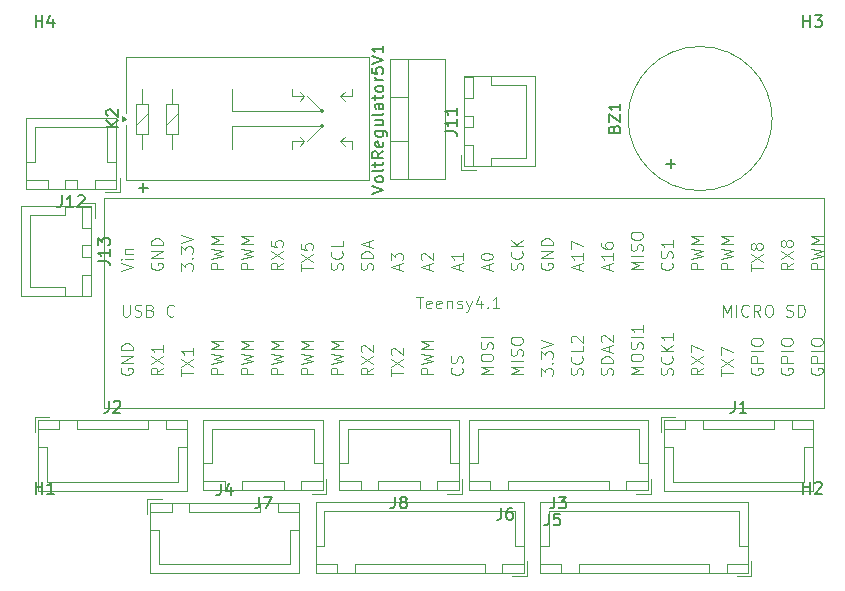
<source format=gbr>
%TF.GenerationSoftware,KiCad,Pcbnew,9.0.0*%
%TF.CreationDate,2025-04-18T09:30:21-04:00*%
%TF.ProjectId,TADPOL PCB v2,54414450-4f4c-4205-9043-422076322e6b,rev?*%
%TF.SameCoordinates,Original*%
%TF.FileFunction,Legend,Top*%
%TF.FilePolarity,Positive*%
%FSLAX46Y46*%
G04 Gerber Fmt 4.6, Leading zero omitted, Abs format (unit mm)*
G04 Created by KiCad (PCBNEW 9.0.0) date 2025-04-18 09:30:21*
%MOMM*%
%LPD*%
G01*
G04 APERTURE LIST*
%ADD10C,0.150000*%
%ADD11C,0.100000*%
%ADD12C,0.120000*%
G04 APERTURE END LIST*
D10*
X123916666Y-72904819D02*
X123916666Y-73619104D01*
X123916666Y-73619104D02*
X123869047Y-73761961D01*
X123869047Y-73761961D02*
X123773809Y-73857200D01*
X123773809Y-73857200D02*
X123630952Y-73904819D01*
X123630952Y-73904819D02*
X123535714Y-73904819D01*
X124821428Y-73238152D02*
X124821428Y-73904819D01*
X124583333Y-72857200D02*
X124345238Y-73571485D01*
X124345238Y-73571485D02*
X124964285Y-73571485D01*
X142904819Y-43059523D02*
X143619104Y-43059523D01*
X143619104Y-43059523D02*
X143761961Y-43107142D01*
X143761961Y-43107142D02*
X143857200Y-43202380D01*
X143857200Y-43202380D02*
X143904819Y-43345237D01*
X143904819Y-43345237D02*
X143904819Y-43440475D01*
X143904819Y-42059523D02*
X143904819Y-42630951D01*
X143904819Y-42345237D02*
X142904819Y-42345237D01*
X142904819Y-42345237D02*
X143047676Y-42440475D01*
X143047676Y-42440475D02*
X143142914Y-42535713D01*
X143142914Y-42535713D02*
X143190533Y-42630951D01*
X143904819Y-41107142D02*
X143904819Y-41678570D01*
X143904819Y-41392856D02*
X142904819Y-41392856D01*
X142904819Y-41392856D02*
X143047676Y-41488094D01*
X143047676Y-41488094D02*
X143142914Y-41583332D01*
X143142914Y-41583332D02*
X143190533Y-41678570D01*
X110440476Y-48504819D02*
X110440476Y-49219104D01*
X110440476Y-49219104D02*
X110392857Y-49361961D01*
X110392857Y-49361961D02*
X110297619Y-49457200D01*
X110297619Y-49457200D02*
X110154762Y-49504819D01*
X110154762Y-49504819D02*
X110059524Y-49504819D01*
X111440476Y-49504819D02*
X110869048Y-49504819D01*
X111154762Y-49504819D02*
X111154762Y-48504819D01*
X111154762Y-48504819D02*
X111059524Y-48647676D01*
X111059524Y-48647676D02*
X110964286Y-48742914D01*
X110964286Y-48742914D02*
X110869048Y-48790533D01*
X111821429Y-48600057D02*
X111869048Y-48552438D01*
X111869048Y-48552438D02*
X111964286Y-48504819D01*
X111964286Y-48504819D02*
X112202381Y-48504819D01*
X112202381Y-48504819D02*
X112297619Y-48552438D01*
X112297619Y-48552438D02*
X112345238Y-48600057D01*
X112345238Y-48600057D02*
X112392857Y-48695295D01*
X112392857Y-48695295D02*
X112392857Y-48790533D01*
X112392857Y-48790533D02*
X112345238Y-48933390D01*
X112345238Y-48933390D02*
X111773810Y-49504819D01*
X111773810Y-49504819D02*
X112392857Y-49504819D01*
D11*
X140458571Y-57077419D02*
X141029999Y-57077419D01*
X140744285Y-58077419D02*
X140744285Y-57077419D01*
X141744285Y-58029800D02*
X141649047Y-58077419D01*
X141649047Y-58077419D02*
X141458571Y-58077419D01*
X141458571Y-58077419D02*
X141363333Y-58029800D01*
X141363333Y-58029800D02*
X141315714Y-57934561D01*
X141315714Y-57934561D02*
X141315714Y-57553609D01*
X141315714Y-57553609D02*
X141363333Y-57458371D01*
X141363333Y-57458371D02*
X141458571Y-57410752D01*
X141458571Y-57410752D02*
X141649047Y-57410752D01*
X141649047Y-57410752D02*
X141744285Y-57458371D01*
X141744285Y-57458371D02*
X141791904Y-57553609D01*
X141791904Y-57553609D02*
X141791904Y-57648847D01*
X141791904Y-57648847D02*
X141315714Y-57744085D01*
X142601428Y-58029800D02*
X142506190Y-58077419D01*
X142506190Y-58077419D02*
X142315714Y-58077419D01*
X142315714Y-58077419D02*
X142220476Y-58029800D01*
X142220476Y-58029800D02*
X142172857Y-57934561D01*
X142172857Y-57934561D02*
X142172857Y-57553609D01*
X142172857Y-57553609D02*
X142220476Y-57458371D01*
X142220476Y-57458371D02*
X142315714Y-57410752D01*
X142315714Y-57410752D02*
X142506190Y-57410752D01*
X142506190Y-57410752D02*
X142601428Y-57458371D01*
X142601428Y-57458371D02*
X142649047Y-57553609D01*
X142649047Y-57553609D02*
X142649047Y-57648847D01*
X142649047Y-57648847D02*
X142172857Y-57744085D01*
X143077619Y-57410752D02*
X143077619Y-58077419D01*
X143077619Y-57505990D02*
X143125238Y-57458371D01*
X143125238Y-57458371D02*
X143220476Y-57410752D01*
X143220476Y-57410752D02*
X143363333Y-57410752D01*
X143363333Y-57410752D02*
X143458571Y-57458371D01*
X143458571Y-57458371D02*
X143506190Y-57553609D01*
X143506190Y-57553609D02*
X143506190Y-58077419D01*
X143934762Y-58029800D02*
X144030000Y-58077419D01*
X144030000Y-58077419D02*
X144220476Y-58077419D01*
X144220476Y-58077419D02*
X144315714Y-58029800D01*
X144315714Y-58029800D02*
X144363333Y-57934561D01*
X144363333Y-57934561D02*
X144363333Y-57886942D01*
X144363333Y-57886942D02*
X144315714Y-57791704D01*
X144315714Y-57791704D02*
X144220476Y-57744085D01*
X144220476Y-57744085D02*
X144077619Y-57744085D01*
X144077619Y-57744085D02*
X143982381Y-57696466D01*
X143982381Y-57696466D02*
X143934762Y-57601228D01*
X143934762Y-57601228D02*
X143934762Y-57553609D01*
X143934762Y-57553609D02*
X143982381Y-57458371D01*
X143982381Y-57458371D02*
X144077619Y-57410752D01*
X144077619Y-57410752D02*
X144220476Y-57410752D01*
X144220476Y-57410752D02*
X144315714Y-57458371D01*
X144696667Y-57410752D02*
X144934762Y-58077419D01*
X145172857Y-57410752D02*
X144934762Y-58077419D01*
X144934762Y-58077419D02*
X144839524Y-58315514D01*
X144839524Y-58315514D02*
X144791905Y-58363133D01*
X144791905Y-58363133D02*
X144696667Y-58410752D01*
X145982381Y-57410752D02*
X145982381Y-58077419D01*
X145744286Y-57029800D02*
X145506191Y-57744085D01*
X145506191Y-57744085D02*
X146125238Y-57744085D01*
X146506191Y-57982180D02*
X146553810Y-58029800D01*
X146553810Y-58029800D02*
X146506191Y-58077419D01*
X146506191Y-58077419D02*
X146458572Y-58029800D01*
X146458572Y-58029800D02*
X146506191Y-57982180D01*
X146506191Y-57982180D02*
X146506191Y-58077419D01*
X147506190Y-58077419D02*
X146934762Y-58077419D01*
X147220476Y-58077419D02*
X147220476Y-57077419D01*
X147220476Y-57077419D02*
X147125238Y-57220276D01*
X147125238Y-57220276D02*
X147030000Y-57315514D01*
X147030000Y-57315514D02*
X146934762Y-57363133D01*
X129162419Y-63666115D02*
X128162419Y-63666115D01*
X128162419Y-63666115D02*
X128162419Y-63285163D01*
X128162419Y-63285163D02*
X128210038Y-63189925D01*
X128210038Y-63189925D02*
X128257657Y-63142306D01*
X128257657Y-63142306D02*
X128352895Y-63094687D01*
X128352895Y-63094687D02*
X128495752Y-63094687D01*
X128495752Y-63094687D02*
X128590990Y-63142306D01*
X128590990Y-63142306D02*
X128638609Y-63189925D01*
X128638609Y-63189925D02*
X128686228Y-63285163D01*
X128686228Y-63285163D02*
X128686228Y-63666115D01*
X128162419Y-62761353D02*
X129162419Y-62523258D01*
X129162419Y-62523258D02*
X128448133Y-62332782D01*
X128448133Y-62332782D02*
X129162419Y-62142306D01*
X129162419Y-62142306D02*
X128162419Y-61904211D01*
X129162419Y-61523258D02*
X128162419Y-61523258D01*
X128162419Y-61523258D02*
X128876704Y-61189925D01*
X128876704Y-61189925D02*
X128162419Y-60856592D01*
X128162419Y-60856592D02*
X129162419Y-60856592D01*
X168802419Y-54918972D02*
X168802419Y-54347544D01*
X169802419Y-54633258D02*
X168802419Y-54633258D01*
X168802419Y-54109448D02*
X169802419Y-53442782D01*
X168802419Y-53442782D02*
X169802419Y-54109448D01*
X169230990Y-52918972D02*
X169183371Y-53014210D01*
X169183371Y-53014210D02*
X169135752Y-53061829D01*
X169135752Y-53061829D02*
X169040514Y-53109448D01*
X169040514Y-53109448D02*
X168992895Y-53109448D01*
X168992895Y-53109448D02*
X168897657Y-53061829D01*
X168897657Y-53061829D02*
X168850038Y-53014210D01*
X168850038Y-53014210D02*
X168802419Y-52918972D01*
X168802419Y-52918972D02*
X168802419Y-52728496D01*
X168802419Y-52728496D02*
X168850038Y-52633258D01*
X168850038Y-52633258D02*
X168897657Y-52585639D01*
X168897657Y-52585639D02*
X168992895Y-52538020D01*
X168992895Y-52538020D02*
X169040514Y-52538020D01*
X169040514Y-52538020D02*
X169135752Y-52585639D01*
X169135752Y-52585639D02*
X169183371Y-52633258D01*
X169183371Y-52633258D02*
X169230990Y-52728496D01*
X169230990Y-52728496D02*
X169230990Y-52918972D01*
X169230990Y-52918972D02*
X169278609Y-53014210D01*
X169278609Y-53014210D02*
X169326228Y-53061829D01*
X169326228Y-53061829D02*
X169421466Y-53109448D01*
X169421466Y-53109448D02*
X169611942Y-53109448D01*
X169611942Y-53109448D02*
X169707180Y-53061829D01*
X169707180Y-53061829D02*
X169754800Y-53014210D01*
X169754800Y-53014210D02*
X169802419Y-52918972D01*
X169802419Y-52918972D02*
X169802419Y-52728496D01*
X169802419Y-52728496D02*
X169754800Y-52633258D01*
X169754800Y-52633258D02*
X169707180Y-52585639D01*
X169707180Y-52585639D02*
X169611942Y-52538020D01*
X169611942Y-52538020D02*
X169421466Y-52538020D01*
X169421466Y-52538020D02*
X169326228Y-52585639D01*
X169326228Y-52585639D02*
X169278609Y-52633258D01*
X169278609Y-52633258D02*
X169230990Y-52728496D01*
X159642419Y-54776115D02*
X158642419Y-54776115D01*
X158642419Y-54776115D02*
X159356704Y-54442782D01*
X159356704Y-54442782D02*
X158642419Y-54109449D01*
X158642419Y-54109449D02*
X159642419Y-54109449D01*
X159642419Y-53633258D02*
X158642419Y-53633258D01*
X159594800Y-53204687D02*
X159642419Y-53061830D01*
X159642419Y-53061830D02*
X159642419Y-52823735D01*
X159642419Y-52823735D02*
X159594800Y-52728497D01*
X159594800Y-52728497D02*
X159547180Y-52680878D01*
X159547180Y-52680878D02*
X159451942Y-52633259D01*
X159451942Y-52633259D02*
X159356704Y-52633259D01*
X159356704Y-52633259D02*
X159261466Y-52680878D01*
X159261466Y-52680878D02*
X159213847Y-52728497D01*
X159213847Y-52728497D02*
X159166228Y-52823735D01*
X159166228Y-52823735D02*
X159118609Y-53014211D01*
X159118609Y-53014211D02*
X159070990Y-53109449D01*
X159070990Y-53109449D02*
X159023371Y-53157068D01*
X159023371Y-53157068D02*
X158928133Y-53204687D01*
X158928133Y-53204687D02*
X158832895Y-53204687D01*
X158832895Y-53204687D02*
X158737657Y-53157068D01*
X158737657Y-53157068D02*
X158690038Y-53109449D01*
X158690038Y-53109449D02*
X158642419Y-53014211D01*
X158642419Y-53014211D02*
X158642419Y-52776116D01*
X158642419Y-52776116D02*
X158690038Y-52633259D01*
X158642419Y-52014211D02*
X158642419Y-51823735D01*
X158642419Y-51823735D02*
X158690038Y-51728497D01*
X158690038Y-51728497D02*
X158785276Y-51633259D01*
X158785276Y-51633259D02*
X158975752Y-51585640D01*
X158975752Y-51585640D02*
X159309085Y-51585640D01*
X159309085Y-51585640D02*
X159499561Y-51633259D01*
X159499561Y-51633259D02*
X159594800Y-51728497D01*
X159594800Y-51728497D02*
X159642419Y-51823735D01*
X159642419Y-51823735D02*
X159642419Y-52014211D01*
X159642419Y-52014211D02*
X159594800Y-52109449D01*
X159594800Y-52109449D02*
X159499561Y-52204687D01*
X159499561Y-52204687D02*
X159309085Y-52252306D01*
X159309085Y-52252306D02*
X158975752Y-52252306D01*
X158975752Y-52252306D02*
X158785276Y-52204687D01*
X158785276Y-52204687D02*
X158690038Y-52109449D01*
X158690038Y-52109449D02*
X158642419Y-52014211D01*
X136782419Y-63094687D02*
X136306228Y-63428020D01*
X136782419Y-63666115D02*
X135782419Y-63666115D01*
X135782419Y-63666115D02*
X135782419Y-63285163D01*
X135782419Y-63285163D02*
X135830038Y-63189925D01*
X135830038Y-63189925D02*
X135877657Y-63142306D01*
X135877657Y-63142306D02*
X135972895Y-63094687D01*
X135972895Y-63094687D02*
X136115752Y-63094687D01*
X136115752Y-63094687D02*
X136210990Y-63142306D01*
X136210990Y-63142306D02*
X136258609Y-63189925D01*
X136258609Y-63189925D02*
X136306228Y-63285163D01*
X136306228Y-63285163D02*
X136306228Y-63666115D01*
X135782419Y-62761353D02*
X136782419Y-62094687D01*
X135782419Y-62094687D02*
X136782419Y-62761353D01*
X135877657Y-61761353D02*
X135830038Y-61713734D01*
X135830038Y-61713734D02*
X135782419Y-61618496D01*
X135782419Y-61618496D02*
X135782419Y-61380401D01*
X135782419Y-61380401D02*
X135830038Y-61285163D01*
X135830038Y-61285163D02*
X135877657Y-61237544D01*
X135877657Y-61237544D02*
X135972895Y-61189925D01*
X135972895Y-61189925D02*
X136068133Y-61189925D01*
X136068133Y-61189925D02*
X136210990Y-61237544D01*
X136210990Y-61237544D02*
X136782419Y-61808972D01*
X136782419Y-61808972D02*
X136782419Y-61189925D01*
X167262419Y-54776115D02*
X166262419Y-54776115D01*
X166262419Y-54776115D02*
X166262419Y-54395163D01*
X166262419Y-54395163D02*
X166310038Y-54299925D01*
X166310038Y-54299925D02*
X166357657Y-54252306D01*
X166357657Y-54252306D02*
X166452895Y-54204687D01*
X166452895Y-54204687D02*
X166595752Y-54204687D01*
X166595752Y-54204687D02*
X166690990Y-54252306D01*
X166690990Y-54252306D02*
X166738609Y-54299925D01*
X166738609Y-54299925D02*
X166786228Y-54395163D01*
X166786228Y-54395163D02*
X166786228Y-54776115D01*
X166262419Y-53871353D02*
X167262419Y-53633258D01*
X167262419Y-53633258D02*
X166548133Y-53442782D01*
X166548133Y-53442782D02*
X167262419Y-53252306D01*
X167262419Y-53252306D02*
X166262419Y-53014211D01*
X167262419Y-52633258D02*
X166262419Y-52633258D01*
X166262419Y-52633258D02*
X166976704Y-52299925D01*
X166976704Y-52299925D02*
X166262419Y-51966592D01*
X166262419Y-51966592D02*
X167262419Y-51966592D01*
X164722419Y-54776115D02*
X163722419Y-54776115D01*
X163722419Y-54776115D02*
X163722419Y-54395163D01*
X163722419Y-54395163D02*
X163770038Y-54299925D01*
X163770038Y-54299925D02*
X163817657Y-54252306D01*
X163817657Y-54252306D02*
X163912895Y-54204687D01*
X163912895Y-54204687D02*
X164055752Y-54204687D01*
X164055752Y-54204687D02*
X164150990Y-54252306D01*
X164150990Y-54252306D02*
X164198609Y-54299925D01*
X164198609Y-54299925D02*
X164246228Y-54395163D01*
X164246228Y-54395163D02*
X164246228Y-54776115D01*
X163722419Y-53871353D02*
X164722419Y-53633258D01*
X164722419Y-53633258D02*
X164008133Y-53442782D01*
X164008133Y-53442782D02*
X164722419Y-53252306D01*
X164722419Y-53252306D02*
X163722419Y-53014211D01*
X164722419Y-52633258D02*
X163722419Y-52633258D01*
X163722419Y-52633258D02*
X164436704Y-52299925D01*
X164436704Y-52299925D02*
X163722419Y-51966592D01*
X163722419Y-51966592D02*
X164722419Y-51966592D01*
X136734800Y-54823734D02*
X136782419Y-54680877D01*
X136782419Y-54680877D02*
X136782419Y-54442782D01*
X136782419Y-54442782D02*
X136734800Y-54347544D01*
X136734800Y-54347544D02*
X136687180Y-54299925D01*
X136687180Y-54299925D02*
X136591942Y-54252306D01*
X136591942Y-54252306D02*
X136496704Y-54252306D01*
X136496704Y-54252306D02*
X136401466Y-54299925D01*
X136401466Y-54299925D02*
X136353847Y-54347544D01*
X136353847Y-54347544D02*
X136306228Y-54442782D01*
X136306228Y-54442782D02*
X136258609Y-54633258D01*
X136258609Y-54633258D02*
X136210990Y-54728496D01*
X136210990Y-54728496D02*
X136163371Y-54776115D01*
X136163371Y-54776115D02*
X136068133Y-54823734D01*
X136068133Y-54823734D02*
X135972895Y-54823734D01*
X135972895Y-54823734D02*
X135877657Y-54776115D01*
X135877657Y-54776115D02*
X135830038Y-54728496D01*
X135830038Y-54728496D02*
X135782419Y-54633258D01*
X135782419Y-54633258D02*
X135782419Y-54395163D01*
X135782419Y-54395163D02*
X135830038Y-54252306D01*
X136782419Y-53823734D02*
X135782419Y-53823734D01*
X135782419Y-53823734D02*
X135782419Y-53585639D01*
X135782419Y-53585639D02*
X135830038Y-53442782D01*
X135830038Y-53442782D02*
X135925276Y-53347544D01*
X135925276Y-53347544D02*
X136020514Y-53299925D01*
X136020514Y-53299925D02*
X136210990Y-53252306D01*
X136210990Y-53252306D02*
X136353847Y-53252306D01*
X136353847Y-53252306D02*
X136544323Y-53299925D01*
X136544323Y-53299925D02*
X136639561Y-53347544D01*
X136639561Y-53347544D02*
X136734800Y-53442782D01*
X136734800Y-53442782D02*
X136782419Y-53585639D01*
X136782419Y-53585639D02*
X136782419Y-53823734D01*
X136496704Y-52871353D02*
X136496704Y-52395163D01*
X136782419Y-52966591D02*
X135782419Y-52633258D01*
X135782419Y-52633258D02*
X136782419Y-52299925D01*
X131702419Y-63666115D02*
X130702419Y-63666115D01*
X130702419Y-63666115D02*
X130702419Y-63285163D01*
X130702419Y-63285163D02*
X130750038Y-63189925D01*
X130750038Y-63189925D02*
X130797657Y-63142306D01*
X130797657Y-63142306D02*
X130892895Y-63094687D01*
X130892895Y-63094687D02*
X131035752Y-63094687D01*
X131035752Y-63094687D02*
X131130990Y-63142306D01*
X131130990Y-63142306D02*
X131178609Y-63189925D01*
X131178609Y-63189925D02*
X131226228Y-63285163D01*
X131226228Y-63285163D02*
X131226228Y-63666115D01*
X130702419Y-62761353D02*
X131702419Y-62523258D01*
X131702419Y-62523258D02*
X130988133Y-62332782D01*
X130988133Y-62332782D02*
X131702419Y-62142306D01*
X131702419Y-62142306D02*
X130702419Y-61904211D01*
X131702419Y-61523258D02*
X130702419Y-61523258D01*
X130702419Y-61523258D02*
X131416704Y-61189925D01*
X131416704Y-61189925D02*
X130702419Y-60856592D01*
X130702419Y-60856592D02*
X131702419Y-60856592D01*
X166423884Y-58762419D02*
X166423884Y-57762419D01*
X166423884Y-57762419D02*
X166757217Y-58476704D01*
X166757217Y-58476704D02*
X167090550Y-57762419D01*
X167090550Y-57762419D02*
X167090550Y-58762419D01*
X167566741Y-58762419D02*
X167566741Y-57762419D01*
X168614359Y-58667180D02*
X168566740Y-58714800D01*
X168566740Y-58714800D02*
X168423883Y-58762419D01*
X168423883Y-58762419D02*
X168328645Y-58762419D01*
X168328645Y-58762419D02*
X168185788Y-58714800D01*
X168185788Y-58714800D02*
X168090550Y-58619561D01*
X168090550Y-58619561D02*
X168042931Y-58524323D01*
X168042931Y-58524323D02*
X167995312Y-58333847D01*
X167995312Y-58333847D02*
X167995312Y-58190990D01*
X167995312Y-58190990D02*
X168042931Y-58000514D01*
X168042931Y-58000514D02*
X168090550Y-57905276D01*
X168090550Y-57905276D02*
X168185788Y-57810038D01*
X168185788Y-57810038D02*
X168328645Y-57762419D01*
X168328645Y-57762419D02*
X168423883Y-57762419D01*
X168423883Y-57762419D02*
X168566740Y-57810038D01*
X168566740Y-57810038D02*
X168614359Y-57857657D01*
X169614359Y-58762419D02*
X169281026Y-58286228D01*
X169042931Y-58762419D02*
X169042931Y-57762419D01*
X169042931Y-57762419D02*
X169423883Y-57762419D01*
X169423883Y-57762419D02*
X169519121Y-57810038D01*
X169519121Y-57810038D02*
X169566740Y-57857657D01*
X169566740Y-57857657D02*
X169614359Y-57952895D01*
X169614359Y-57952895D02*
X169614359Y-58095752D01*
X169614359Y-58095752D02*
X169566740Y-58190990D01*
X169566740Y-58190990D02*
X169519121Y-58238609D01*
X169519121Y-58238609D02*
X169423883Y-58286228D01*
X169423883Y-58286228D02*
X169042931Y-58286228D01*
X170233407Y-57762419D02*
X170423883Y-57762419D01*
X170423883Y-57762419D02*
X170519121Y-57810038D01*
X170519121Y-57810038D02*
X170614359Y-57905276D01*
X170614359Y-57905276D02*
X170661978Y-58095752D01*
X170661978Y-58095752D02*
X170661978Y-58429085D01*
X170661978Y-58429085D02*
X170614359Y-58619561D01*
X170614359Y-58619561D02*
X170519121Y-58714800D01*
X170519121Y-58714800D02*
X170423883Y-58762419D01*
X170423883Y-58762419D02*
X170233407Y-58762419D01*
X170233407Y-58762419D02*
X170138169Y-58714800D01*
X170138169Y-58714800D02*
X170042931Y-58619561D01*
X170042931Y-58619561D02*
X169995312Y-58429085D01*
X169995312Y-58429085D02*
X169995312Y-58095752D01*
X169995312Y-58095752D02*
X170042931Y-57905276D01*
X170042931Y-57905276D02*
X170138169Y-57810038D01*
X170138169Y-57810038D02*
X170233407Y-57762419D01*
X171804836Y-58714800D02*
X171947693Y-58762419D01*
X171947693Y-58762419D02*
X172185788Y-58762419D01*
X172185788Y-58762419D02*
X172281026Y-58714800D01*
X172281026Y-58714800D02*
X172328645Y-58667180D01*
X172328645Y-58667180D02*
X172376264Y-58571942D01*
X172376264Y-58571942D02*
X172376264Y-58476704D01*
X172376264Y-58476704D02*
X172328645Y-58381466D01*
X172328645Y-58381466D02*
X172281026Y-58333847D01*
X172281026Y-58333847D02*
X172185788Y-58286228D01*
X172185788Y-58286228D02*
X171995312Y-58238609D01*
X171995312Y-58238609D02*
X171900074Y-58190990D01*
X171900074Y-58190990D02*
X171852455Y-58143371D01*
X171852455Y-58143371D02*
X171804836Y-58048133D01*
X171804836Y-58048133D02*
X171804836Y-57952895D01*
X171804836Y-57952895D02*
X171852455Y-57857657D01*
X171852455Y-57857657D02*
X171900074Y-57810038D01*
X171900074Y-57810038D02*
X171995312Y-57762419D01*
X171995312Y-57762419D02*
X172233407Y-57762419D01*
X172233407Y-57762419D02*
X172376264Y-57810038D01*
X172804836Y-58762419D02*
X172804836Y-57762419D01*
X172804836Y-57762419D02*
X173042931Y-57762419D01*
X173042931Y-57762419D02*
X173185788Y-57810038D01*
X173185788Y-57810038D02*
X173281026Y-57905276D01*
X173281026Y-57905276D02*
X173328645Y-58000514D01*
X173328645Y-58000514D02*
X173376264Y-58190990D01*
X173376264Y-58190990D02*
X173376264Y-58333847D01*
X173376264Y-58333847D02*
X173328645Y-58524323D01*
X173328645Y-58524323D02*
X173281026Y-58619561D01*
X173281026Y-58619561D02*
X173185788Y-58714800D01*
X173185788Y-58714800D02*
X173042931Y-58762419D01*
X173042931Y-58762419D02*
X172804836Y-58762419D01*
X129162419Y-54204687D02*
X128686228Y-54538020D01*
X129162419Y-54776115D02*
X128162419Y-54776115D01*
X128162419Y-54776115D02*
X128162419Y-54395163D01*
X128162419Y-54395163D02*
X128210038Y-54299925D01*
X128210038Y-54299925D02*
X128257657Y-54252306D01*
X128257657Y-54252306D02*
X128352895Y-54204687D01*
X128352895Y-54204687D02*
X128495752Y-54204687D01*
X128495752Y-54204687D02*
X128590990Y-54252306D01*
X128590990Y-54252306D02*
X128638609Y-54299925D01*
X128638609Y-54299925D02*
X128686228Y-54395163D01*
X128686228Y-54395163D02*
X128686228Y-54776115D01*
X128162419Y-53871353D02*
X129162419Y-53204687D01*
X128162419Y-53204687D02*
X129162419Y-53871353D01*
X128162419Y-52347544D02*
X128162419Y-52823734D01*
X128162419Y-52823734D02*
X128638609Y-52871353D01*
X128638609Y-52871353D02*
X128590990Y-52823734D01*
X128590990Y-52823734D02*
X128543371Y-52728496D01*
X128543371Y-52728496D02*
X128543371Y-52490401D01*
X128543371Y-52490401D02*
X128590990Y-52395163D01*
X128590990Y-52395163D02*
X128638609Y-52347544D01*
X128638609Y-52347544D02*
X128733847Y-52299925D01*
X128733847Y-52299925D02*
X128971942Y-52299925D01*
X128971942Y-52299925D02*
X129067180Y-52347544D01*
X129067180Y-52347544D02*
X129114800Y-52395163D01*
X129114800Y-52395163D02*
X129162419Y-52490401D01*
X129162419Y-52490401D02*
X129162419Y-52728496D01*
X129162419Y-52728496D02*
X129114800Y-52823734D01*
X129114800Y-52823734D02*
X129067180Y-52871353D01*
X164722419Y-63094687D02*
X164246228Y-63428020D01*
X164722419Y-63666115D02*
X163722419Y-63666115D01*
X163722419Y-63666115D02*
X163722419Y-63285163D01*
X163722419Y-63285163D02*
X163770038Y-63189925D01*
X163770038Y-63189925D02*
X163817657Y-63142306D01*
X163817657Y-63142306D02*
X163912895Y-63094687D01*
X163912895Y-63094687D02*
X164055752Y-63094687D01*
X164055752Y-63094687D02*
X164150990Y-63142306D01*
X164150990Y-63142306D02*
X164198609Y-63189925D01*
X164198609Y-63189925D02*
X164246228Y-63285163D01*
X164246228Y-63285163D02*
X164246228Y-63666115D01*
X163722419Y-62761353D02*
X164722419Y-62094687D01*
X163722419Y-62094687D02*
X164722419Y-62761353D01*
X163722419Y-61808972D02*
X163722419Y-61142306D01*
X163722419Y-61142306D02*
X164722419Y-61570877D01*
X151022419Y-63761353D02*
X151022419Y-63142306D01*
X151022419Y-63142306D02*
X151403371Y-63475639D01*
X151403371Y-63475639D02*
X151403371Y-63332782D01*
X151403371Y-63332782D02*
X151450990Y-63237544D01*
X151450990Y-63237544D02*
X151498609Y-63189925D01*
X151498609Y-63189925D02*
X151593847Y-63142306D01*
X151593847Y-63142306D02*
X151831942Y-63142306D01*
X151831942Y-63142306D02*
X151927180Y-63189925D01*
X151927180Y-63189925D02*
X151974800Y-63237544D01*
X151974800Y-63237544D02*
X152022419Y-63332782D01*
X152022419Y-63332782D02*
X152022419Y-63618496D01*
X152022419Y-63618496D02*
X151974800Y-63713734D01*
X151974800Y-63713734D02*
X151927180Y-63761353D01*
X151927180Y-62713734D02*
X151974800Y-62666115D01*
X151974800Y-62666115D02*
X152022419Y-62713734D01*
X152022419Y-62713734D02*
X151974800Y-62761353D01*
X151974800Y-62761353D02*
X151927180Y-62713734D01*
X151927180Y-62713734D02*
X152022419Y-62713734D01*
X151022419Y-62332782D02*
X151022419Y-61713735D01*
X151022419Y-61713735D02*
X151403371Y-62047068D01*
X151403371Y-62047068D02*
X151403371Y-61904211D01*
X151403371Y-61904211D02*
X151450990Y-61808973D01*
X151450990Y-61808973D02*
X151498609Y-61761354D01*
X151498609Y-61761354D02*
X151593847Y-61713735D01*
X151593847Y-61713735D02*
X151831942Y-61713735D01*
X151831942Y-61713735D02*
X151927180Y-61761354D01*
X151927180Y-61761354D02*
X151974800Y-61808973D01*
X151974800Y-61808973D02*
X152022419Y-61904211D01*
X152022419Y-61904211D02*
X152022419Y-62189925D01*
X152022419Y-62189925D02*
X151974800Y-62285163D01*
X151974800Y-62285163D02*
X151927180Y-62332782D01*
X151022419Y-61428020D02*
X152022419Y-61094687D01*
X152022419Y-61094687D02*
X151022419Y-60761354D01*
X134194800Y-54823734D02*
X134242419Y-54680877D01*
X134242419Y-54680877D02*
X134242419Y-54442782D01*
X134242419Y-54442782D02*
X134194800Y-54347544D01*
X134194800Y-54347544D02*
X134147180Y-54299925D01*
X134147180Y-54299925D02*
X134051942Y-54252306D01*
X134051942Y-54252306D02*
X133956704Y-54252306D01*
X133956704Y-54252306D02*
X133861466Y-54299925D01*
X133861466Y-54299925D02*
X133813847Y-54347544D01*
X133813847Y-54347544D02*
X133766228Y-54442782D01*
X133766228Y-54442782D02*
X133718609Y-54633258D01*
X133718609Y-54633258D02*
X133670990Y-54728496D01*
X133670990Y-54728496D02*
X133623371Y-54776115D01*
X133623371Y-54776115D02*
X133528133Y-54823734D01*
X133528133Y-54823734D02*
X133432895Y-54823734D01*
X133432895Y-54823734D02*
X133337657Y-54776115D01*
X133337657Y-54776115D02*
X133290038Y-54728496D01*
X133290038Y-54728496D02*
X133242419Y-54633258D01*
X133242419Y-54633258D02*
X133242419Y-54395163D01*
X133242419Y-54395163D02*
X133290038Y-54252306D01*
X134147180Y-53252306D02*
X134194800Y-53299925D01*
X134194800Y-53299925D02*
X134242419Y-53442782D01*
X134242419Y-53442782D02*
X134242419Y-53538020D01*
X134242419Y-53538020D02*
X134194800Y-53680877D01*
X134194800Y-53680877D02*
X134099561Y-53776115D01*
X134099561Y-53776115D02*
X134004323Y-53823734D01*
X134004323Y-53823734D02*
X133813847Y-53871353D01*
X133813847Y-53871353D02*
X133670990Y-53871353D01*
X133670990Y-53871353D02*
X133480514Y-53823734D01*
X133480514Y-53823734D02*
X133385276Y-53776115D01*
X133385276Y-53776115D02*
X133290038Y-53680877D01*
X133290038Y-53680877D02*
X133242419Y-53538020D01*
X133242419Y-53538020D02*
X133242419Y-53442782D01*
X133242419Y-53442782D02*
X133290038Y-53299925D01*
X133290038Y-53299925D02*
X133337657Y-53252306D01*
X134242419Y-52347544D02*
X134242419Y-52823734D01*
X134242419Y-52823734D02*
X133242419Y-52823734D01*
X172342419Y-54204687D02*
X171866228Y-54538020D01*
X172342419Y-54776115D02*
X171342419Y-54776115D01*
X171342419Y-54776115D02*
X171342419Y-54395163D01*
X171342419Y-54395163D02*
X171390038Y-54299925D01*
X171390038Y-54299925D02*
X171437657Y-54252306D01*
X171437657Y-54252306D02*
X171532895Y-54204687D01*
X171532895Y-54204687D02*
X171675752Y-54204687D01*
X171675752Y-54204687D02*
X171770990Y-54252306D01*
X171770990Y-54252306D02*
X171818609Y-54299925D01*
X171818609Y-54299925D02*
X171866228Y-54395163D01*
X171866228Y-54395163D02*
X171866228Y-54776115D01*
X171342419Y-53871353D02*
X172342419Y-53204687D01*
X171342419Y-53204687D02*
X172342419Y-53871353D01*
X171770990Y-52680877D02*
X171723371Y-52776115D01*
X171723371Y-52776115D02*
X171675752Y-52823734D01*
X171675752Y-52823734D02*
X171580514Y-52871353D01*
X171580514Y-52871353D02*
X171532895Y-52871353D01*
X171532895Y-52871353D02*
X171437657Y-52823734D01*
X171437657Y-52823734D02*
X171390038Y-52776115D01*
X171390038Y-52776115D02*
X171342419Y-52680877D01*
X171342419Y-52680877D02*
X171342419Y-52490401D01*
X171342419Y-52490401D02*
X171390038Y-52395163D01*
X171390038Y-52395163D02*
X171437657Y-52347544D01*
X171437657Y-52347544D02*
X171532895Y-52299925D01*
X171532895Y-52299925D02*
X171580514Y-52299925D01*
X171580514Y-52299925D02*
X171675752Y-52347544D01*
X171675752Y-52347544D02*
X171723371Y-52395163D01*
X171723371Y-52395163D02*
X171770990Y-52490401D01*
X171770990Y-52490401D02*
X171770990Y-52680877D01*
X171770990Y-52680877D02*
X171818609Y-52776115D01*
X171818609Y-52776115D02*
X171866228Y-52823734D01*
X171866228Y-52823734D02*
X171961466Y-52871353D01*
X171961466Y-52871353D02*
X172151942Y-52871353D01*
X172151942Y-52871353D02*
X172247180Y-52823734D01*
X172247180Y-52823734D02*
X172294800Y-52776115D01*
X172294800Y-52776115D02*
X172342419Y-52680877D01*
X172342419Y-52680877D02*
X172342419Y-52490401D01*
X172342419Y-52490401D02*
X172294800Y-52395163D01*
X172294800Y-52395163D02*
X172247180Y-52347544D01*
X172247180Y-52347544D02*
X172151942Y-52299925D01*
X172151942Y-52299925D02*
X171961466Y-52299925D01*
X171961466Y-52299925D02*
X171866228Y-52347544D01*
X171866228Y-52347544D02*
X171818609Y-52395163D01*
X171818609Y-52395163D02*
X171770990Y-52490401D01*
X162087180Y-54204687D02*
X162134800Y-54252306D01*
X162134800Y-54252306D02*
X162182419Y-54395163D01*
X162182419Y-54395163D02*
X162182419Y-54490401D01*
X162182419Y-54490401D02*
X162134800Y-54633258D01*
X162134800Y-54633258D02*
X162039561Y-54728496D01*
X162039561Y-54728496D02*
X161944323Y-54776115D01*
X161944323Y-54776115D02*
X161753847Y-54823734D01*
X161753847Y-54823734D02*
X161610990Y-54823734D01*
X161610990Y-54823734D02*
X161420514Y-54776115D01*
X161420514Y-54776115D02*
X161325276Y-54728496D01*
X161325276Y-54728496D02*
X161230038Y-54633258D01*
X161230038Y-54633258D02*
X161182419Y-54490401D01*
X161182419Y-54490401D02*
X161182419Y-54395163D01*
X161182419Y-54395163D02*
X161230038Y-54252306D01*
X161230038Y-54252306D02*
X161277657Y-54204687D01*
X162134800Y-53823734D02*
X162182419Y-53680877D01*
X162182419Y-53680877D02*
X162182419Y-53442782D01*
X162182419Y-53442782D02*
X162134800Y-53347544D01*
X162134800Y-53347544D02*
X162087180Y-53299925D01*
X162087180Y-53299925D02*
X161991942Y-53252306D01*
X161991942Y-53252306D02*
X161896704Y-53252306D01*
X161896704Y-53252306D02*
X161801466Y-53299925D01*
X161801466Y-53299925D02*
X161753847Y-53347544D01*
X161753847Y-53347544D02*
X161706228Y-53442782D01*
X161706228Y-53442782D02*
X161658609Y-53633258D01*
X161658609Y-53633258D02*
X161610990Y-53728496D01*
X161610990Y-53728496D02*
X161563371Y-53776115D01*
X161563371Y-53776115D02*
X161468133Y-53823734D01*
X161468133Y-53823734D02*
X161372895Y-53823734D01*
X161372895Y-53823734D02*
X161277657Y-53776115D01*
X161277657Y-53776115D02*
X161230038Y-53728496D01*
X161230038Y-53728496D02*
X161182419Y-53633258D01*
X161182419Y-53633258D02*
X161182419Y-53395163D01*
X161182419Y-53395163D02*
X161230038Y-53252306D01*
X162182419Y-52299925D02*
X162182419Y-52871353D01*
X162182419Y-52585639D02*
X161182419Y-52585639D01*
X161182419Y-52585639D02*
X161325276Y-52680877D01*
X161325276Y-52680877D02*
X161420514Y-52776115D01*
X161420514Y-52776115D02*
X161468133Y-52871353D01*
X120542419Y-63808972D02*
X120542419Y-63237544D01*
X121542419Y-63523258D02*
X120542419Y-63523258D01*
X120542419Y-62999448D02*
X121542419Y-62332782D01*
X120542419Y-62332782D02*
X121542419Y-62999448D01*
X121542419Y-61428020D02*
X121542419Y-61999448D01*
X121542419Y-61713734D02*
X120542419Y-61713734D01*
X120542419Y-61713734D02*
X120685276Y-61808972D01*
X120685276Y-61808972D02*
X120780514Y-61904210D01*
X120780514Y-61904210D02*
X120828133Y-61999448D01*
X154276704Y-54823734D02*
X154276704Y-54347544D01*
X154562419Y-54918972D02*
X153562419Y-54585639D01*
X153562419Y-54585639D02*
X154562419Y-54252306D01*
X154562419Y-53395163D02*
X154562419Y-53966591D01*
X154562419Y-53680877D02*
X153562419Y-53680877D01*
X153562419Y-53680877D02*
X153705276Y-53776115D01*
X153705276Y-53776115D02*
X153800514Y-53871353D01*
X153800514Y-53871353D02*
X153848133Y-53966591D01*
X153562419Y-53061829D02*
X153562419Y-52395163D01*
X153562419Y-52395163D02*
X154562419Y-52823734D01*
X144116704Y-54823734D02*
X144116704Y-54347544D01*
X144402419Y-54918972D02*
X143402419Y-54585639D01*
X143402419Y-54585639D02*
X144402419Y-54252306D01*
X144402419Y-53395163D02*
X144402419Y-53966591D01*
X144402419Y-53680877D02*
X143402419Y-53680877D01*
X143402419Y-53680877D02*
X143545276Y-53776115D01*
X143545276Y-53776115D02*
X143640514Y-53871353D01*
X143640514Y-53871353D02*
X143688133Y-53966591D01*
X174882419Y-54776115D02*
X173882419Y-54776115D01*
X173882419Y-54776115D02*
X173882419Y-54395163D01*
X173882419Y-54395163D02*
X173930038Y-54299925D01*
X173930038Y-54299925D02*
X173977657Y-54252306D01*
X173977657Y-54252306D02*
X174072895Y-54204687D01*
X174072895Y-54204687D02*
X174215752Y-54204687D01*
X174215752Y-54204687D02*
X174310990Y-54252306D01*
X174310990Y-54252306D02*
X174358609Y-54299925D01*
X174358609Y-54299925D02*
X174406228Y-54395163D01*
X174406228Y-54395163D02*
X174406228Y-54776115D01*
X173882419Y-53871353D02*
X174882419Y-53633258D01*
X174882419Y-53633258D02*
X174168133Y-53442782D01*
X174168133Y-53442782D02*
X174882419Y-53252306D01*
X174882419Y-53252306D02*
X173882419Y-53014211D01*
X174882419Y-52633258D02*
X173882419Y-52633258D01*
X173882419Y-52633258D02*
X174596704Y-52299925D01*
X174596704Y-52299925D02*
X173882419Y-51966592D01*
X173882419Y-51966592D02*
X174882419Y-51966592D01*
X115510038Y-63142306D02*
X115462419Y-63237544D01*
X115462419Y-63237544D02*
X115462419Y-63380401D01*
X115462419Y-63380401D02*
X115510038Y-63523258D01*
X115510038Y-63523258D02*
X115605276Y-63618496D01*
X115605276Y-63618496D02*
X115700514Y-63666115D01*
X115700514Y-63666115D02*
X115890990Y-63713734D01*
X115890990Y-63713734D02*
X116033847Y-63713734D01*
X116033847Y-63713734D02*
X116224323Y-63666115D01*
X116224323Y-63666115D02*
X116319561Y-63618496D01*
X116319561Y-63618496D02*
X116414800Y-63523258D01*
X116414800Y-63523258D02*
X116462419Y-63380401D01*
X116462419Y-63380401D02*
X116462419Y-63285163D01*
X116462419Y-63285163D02*
X116414800Y-63142306D01*
X116414800Y-63142306D02*
X116367180Y-63094687D01*
X116367180Y-63094687D02*
X116033847Y-63094687D01*
X116033847Y-63094687D02*
X116033847Y-63285163D01*
X116462419Y-62666115D02*
X115462419Y-62666115D01*
X115462419Y-62666115D02*
X116462419Y-62094687D01*
X116462419Y-62094687D02*
X115462419Y-62094687D01*
X116462419Y-61618496D02*
X115462419Y-61618496D01*
X115462419Y-61618496D02*
X115462419Y-61380401D01*
X115462419Y-61380401D02*
X115510038Y-61237544D01*
X115510038Y-61237544D02*
X115605276Y-61142306D01*
X115605276Y-61142306D02*
X115700514Y-61094687D01*
X115700514Y-61094687D02*
X115890990Y-61047068D01*
X115890990Y-61047068D02*
X116033847Y-61047068D01*
X116033847Y-61047068D02*
X116224323Y-61094687D01*
X116224323Y-61094687D02*
X116319561Y-61142306D01*
X116319561Y-61142306D02*
X116414800Y-61237544D01*
X116414800Y-61237544D02*
X116462419Y-61380401D01*
X116462419Y-61380401D02*
X116462419Y-61618496D01*
X146656704Y-54823734D02*
X146656704Y-54347544D01*
X146942419Y-54918972D02*
X145942419Y-54585639D01*
X145942419Y-54585639D02*
X146942419Y-54252306D01*
X145942419Y-53728496D02*
X145942419Y-53633258D01*
X145942419Y-53633258D02*
X145990038Y-53538020D01*
X145990038Y-53538020D02*
X146037657Y-53490401D01*
X146037657Y-53490401D02*
X146132895Y-53442782D01*
X146132895Y-53442782D02*
X146323371Y-53395163D01*
X146323371Y-53395163D02*
X146561466Y-53395163D01*
X146561466Y-53395163D02*
X146751942Y-53442782D01*
X146751942Y-53442782D02*
X146847180Y-53490401D01*
X146847180Y-53490401D02*
X146894800Y-53538020D01*
X146894800Y-53538020D02*
X146942419Y-53633258D01*
X146942419Y-53633258D02*
X146942419Y-53728496D01*
X146942419Y-53728496D02*
X146894800Y-53823734D01*
X146894800Y-53823734D02*
X146847180Y-53871353D01*
X146847180Y-53871353D02*
X146751942Y-53918972D01*
X146751942Y-53918972D02*
X146561466Y-53966591D01*
X146561466Y-53966591D02*
X146323371Y-53966591D01*
X146323371Y-53966591D02*
X146132895Y-53918972D01*
X146132895Y-53918972D02*
X146037657Y-53871353D01*
X146037657Y-53871353D02*
X145990038Y-53823734D01*
X145990038Y-53823734D02*
X145942419Y-53728496D01*
X118050038Y-54252306D02*
X118002419Y-54347544D01*
X118002419Y-54347544D02*
X118002419Y-54490401D01*
X118002419Y-54490401D02*
X118050038Y-54633258D01*
X118050038Y-54633258D02*
X118145276Y-54728496D01*
X118145276Y-54728496D02*
X118240514Y-54776115D01*
X118240514Y-54776115D02*
X118430990Y-54823734D01*
X118430990Y-54823734D02*
X118573847Y-54823734D01*
X118573847Y-54823734D02*
X118764323Y-54776115D01*
X118764323Y-54776115D02*
X118859561Y-54728496D01*
X118859561Y-54728496D02*
X118954800Y-54633258D01*
X118954800Y-54633258D02*
X119002419Y-54490401D01*
X119002419Y-54490401D02*
X119002419Y-54395163D01*
X119002419Y-54395163D02*
X118954800Y-54252306D01*
X118954800Y-54252306D02*
X118907180Y-54204687D01*
X118907180Y-54204687D02*
X118573847Y-54204687D01*
X118573847Y-54204687D02*
X118573847Y-54395163D01*
X119002419Y-53776115D02*
X118002419Y-53776115D01*
X118002419Y-53776115D02*
X119002419Y-53204687D01*
X119002419Y-53204687D02*
X118002419Y-53204687D01*
X119002419Y-52728496D02*
X118002419Y-52728496D01*
X118002419Y-52728496D02*
X118002419Y-52490401D01*
X118002419Y-52490401D02*
X118050038Y-52347544D01*
X118050038Y-52347544D02*
X118145276Y-52252306D01*
X118145276Y-52252306D02*
X118240514Y-52204687D01*
X118240514Y-52204687D02*
X118430990Y-52157068D01*
X118430990Y-52157068D02*
X118573847Y-52157068D01*
X118573847Y-52157068D02*
X118764323Y-52204687D01*
X118764323Y-52204687D02*
X118859561Y-52252306D01*
X118859561Y-52252306D02*
X118954800Y-52347544D01*
X118954800Y-52347544D02*
X119002419Y-52490401D01*
X119002419Y-52490401D02*
X119002419Y-52728496D01*
X126622419Y-63666115D02*
X125622419Y-63666115D01*
X125622419Y-63666115D02*
X125622419Y-63285163D01*
X125622419Y-63285163D02*
X125670038Y-63189925D01*
X125670038Y-63189925D02*
X125717657Y-63142306D01*
X125717657Y-63142306D02*
X125812895Y-63094687D01*
X125812895Y-63094687D02*
X125955752Y-63094687D01*
X125955752Y-63094687D02*
X126050990Y-63142306D01*
X126050990Y-63142306D02*
X126098609Y-63189925D01*
X126098609Y-63189925D02*
X126146228Y-63285163D01*
X126146228Y-63285163D02*
X126146228Y-63666115D01*
X125622419Y-62761353D02*
X126622419Y-62523258D01*
X126622419Y-62523258D02*
X125908133Y-62332782D01*
X125908133Y-62332782D02*
X126622419Y-62142306D01*
X126622419Y-62142306D02*
X125622419Y-61904211D01*
X126622419Y-61523258D02*
X125622419Y-61523258D01*
X125622419Y-61523258D02*
X126336704Y-61189925D01*
X126336704Y-61189925D02*
X125622419Y-60856592D01*
X125622419Y-60856592D02*
X126622419Y-60856592D01*
X157054800Y-63713734D02*
X157102419Y-63570877D01*
X157102419Y-63570877D02*
X157102419Y-63332782D01*
X157102419Y-63332782D02*
X157054800Y-63237544D01*
X157054800Y-63237544D02*
X157007180Y-63189925D01*
X157007180Y-63189925D02*
X156911942Y-63142306D01*
X156911942Y-63142306D02*
X156816704Y-63142306D01*
X156816704Y-63142306D02*
X156721466Y-63189925D01*
X156721466Y-63189925D02*
X156673847Y-63237544D01*
X156673847Y-63237544D02*
X156626228Y-63332782D01*
X156626228Y-63332782D02*
X156578609Y-63523258D01*
X156578609Y-63523258D02*
X156530990Y-63618496D01*
X156530990Y-63618496D02*
X156483371Y-63666115D01*
X156483371Y-63666115D02*
X156388133Y-63713734D01*
X156388133Y-63713734D02*
X156292895Y-63713734D01*
X156292895Y-63713734D02*
X156197657Y-63666115D01*
X156197657Y-63666115D02*
X156150038Y-63618496D01*
X156150038Y-63618496D02*
X156102419Y-63523258D01*
X156102419Y-63523258D02*
X156102419Y-63285163D01*
X156102419Y-63285163D02*
X156150038Y-63142306D01*
X157102419Y-62713734D02*
X156102419Y-62713734D01*
X156102419Y-62713734D02*
X156102419Y-62475639D01*
X156102419Y-62475639D02*
X156150038Y-62332782D01*
X156150038Y-62332782D02*
X156245276Y-62237544D01*
X156245276Y-62237544D02*
X156340514Y-62189925D01*
X156340514Y-62189925D02*
X156530990Y-62142306D01*
X156530990Y-62142306D02*
X156673847Y-62142306D01*
X156673847Y-62142306D02*
X156864323Y-62189925D01*
X156864323Y-62189925D02*
X156959561Y-62237544D01*
X156959561Y-62237544D02*
X157054800Y-62332782D01*
X157054800Y-62332782D02*
X157102419Y-62475639D01*
X157102419Y-62475639D02*
X157102419Y-62713734D01*
X156816704Y-61761353D02*
X156816704Y-61285163D01*
X157102419Y-61856591D02*
X156102419Y-61523258D01*
X156102419Y-61523258D02*
X157102419Y-61189925D01*
X156197657Y-60904210D02*
X156150038Y-60856591D01*
X156150038Y-60856591D02*
X156102419Y-60761353D01*
X156102419Y-60761353D02*
X156102419Y-60523258D01*
X156102419Y-60523258D02*
X156150038Y-60428020D01*
X156150038Y-60428020D02*
X156197657Y-60380401D01*
X156197657Y-60380401D02*
X156292895Y-60332782D01*
X156292895Y-60332782D02*
X156388133Y-60332782D01*
X156388133Y-60332782D02*
X156530990Y-60380401D01*
X156530990Y-60380401D02*
X157102419Y-60951829D01*
X157102419Y-60951829D02*
X157102419Y-60332782D01*
X119002419Y-63094687D02*
X118526228Y-63428020D01*
X119002419Y-63666115D02*
X118002419Y-63666115D01*
X118002419Y-63666115D02*
X118002419Y-63285163D01*
X118002419Y-63285163D02*
X118050038Y-63189925D01*
X118050038Y-63189925D02*
X118097657Y-63142306D01*
X118097657Y-63142306D02*
X118192895Y-63094687D01*
X118192895Y-63094687D02*
X118335752Y-63094687D01*
X118335752Y-63094687D02*
X118430990Y-63142306D01*
X118430990Y-63142306D02*
X118478609Y-63189925D01*
X118478609Y-63189925D02*
X118526228Y-63285163D01*
X118526228Y-63285163D02*
X118526228Y-63666115D01*
X118002419Y-62761353D02*
X119002419Y-62094687D01*
X118002419Y-62094687D02*
X119002419Y-62761353D01*
X119002419Y-61189925D02*
X119002419Y-61761353D01*
X119002419Y-61475639D02*
X118002419Y-61475639D01*
X118002419Y-61475639D02*
X118145276Y-61570877D01*
X118145276Y-61570877D02*
X118240514Y-61666115D01*
X118240514Y-61666115D02*
X118288133Y-61761353D01*
X138322419Y-63808972D02*
X138322419Y-63237544D01*
X139322419Y-63523258D02*
X138322419Y-63523258D01*
X138322419Y-62999448D02*
X139322419Y-62332782D01*
X138322419Y-62332782D02*
X139322419Y-62999448D01*
X138417657Y-61999448D02*
X138370038Y-61951829D01*
X138370038Y-61951829D02*
X138322419Y-61856591D01*
X138322419Y-61856591D02*
X138322419Y-61618496D01*
X138322419Y-61618496D02*
X138370038Y-61523258D01*
X138370038Y-61523258D02*
X138417657Y-61475639D01*
X138417657Y-61475639D02*
X138512895Y-61428020D01*
X138512895Y-61428020D02*
X138608133Y-61428020D01*
X138608133Y-61428020D02*
X138750990Y-61475639D01*
X138750990Y-61475639D02*
X139322419Y-62047067D01*
X139322419Y-62047067D02*
X139322419Y-61428020D01*
X146942419Y-63666115D02*
X145942419Y-63666115D01*
X145942419Y-63666115D02*
X146656704Y-63332782D01*
X146656704Y-63332782D02*
X145942419Y-62999449D01*
X145942419Y-62999449D02*
X146942419Y-62999449D01*
X145942419Y-62332782D02*
X145942419Y-62142306D01*
X145942419Y-62142306D02*
X145990038Y-62047068D01*
X145990038Y-62047068D02*
X146085276Y-61951830D01*
X146085276Y-61951830D02*
X146275752Y-61904211D01*
X146275752Y-61904211D02*
X146609085Y-61904211D01*
X146609085Y-61904211D02*
X146799561Y-61951830D01*
X146799561Y-61951830D02*
X146894800Y-62047068D01*
X146894800Y-62047068D02*
X146942419Y-62142306D01*
X146942419Y-62142306D02*
X146942419Y-62332782D01*
X146942419Y-62332782D02*
X146894800Y-62428020D01*
X146894800Y-62428020D02*
X146799561Y-62523258D01*
X146799561Y-62523258D02*
X146609085Y-62570877D01*
X146609085Y-62570877D02*
X146275752Y-62570877D01*
X146275752Y-62570877D02*
X146085276Y-62523258D01*
X146085276Y-62523258D02*
X145990038Y-62428020D01*
X145990038Y-62428020D02*
X145942419Y-62332782D01*
X146894800Y-61523258D02*
X146942419Y-61380401D01*
X146942419Y-61380401D02*
X146942419Y-61142306D01*
X146942419Y-61142306D02*
X146894800Y-61047068D01*
X146894800Y-61047068D02*
X146847180Y-60999449D01*
X146847180Y-60999449D02*
X146751942Y-60951830D01*
X146751942Y-60951830D02*
X146656704Y-60951830D01*
X146656704Y-60951830D02*
X146561466Y-60999449D01*
X146561466Y-60999449D02*
X146513847Y-61047068D01*
X146513847Y-61047068D02*
X146466228Y-61142306D01*
X146466228Y-61142306D02*
X146418609Y-61332782D01*
X146418609Y-61332782D02*
X146370990Y-61428020D01*
X146370990Y-61428020D02*
X146323371Y-61475639D01*
X146323371Y-61475639D02*
X146228133Y-61523258D01*
X146228133Y-61523258D02*
X146132895Y-61523258D01*
X146132895Y-61523258D02*
X146037657Y-61475639D01*
X146037657Y-61475639D02*
X145990038Y-61428020D01*
X145990038Y-61428020D02*
X145942419Y-61332782D01*
X145942419Y-61332782D02*
X145942419Y-61094687D01*
X145942419Y-61094687D02*
X145990038Y-60951830D01*
X146942419Y-60523258D02*
X145942419Y-60523258D01*
X149482419Y-63666115D02*
X148482419Y-63666115D01*
X148482419Y-63666115D02*
X149196704Y-63332782D01*
X149196704Y-63332782D02*
X148482419Y-62999449D01*
X148482419Y-62999449D02*
X149482419Y-62999449D01*
X149482419Y-62523258D02*
X148482419Y-62523258D01*
X149434800Y-62094687D02*
X149482419Y-61951830D01*
X149482419Y-61951830D02*
X149482419Y-61713735D01*
X149482419Y-61713735D02*
X149434800Y-61618497D01*
X149434800Y-61618497D02*
X149387180Y-61570878D01*
X149387180Y-61570878D02*
X149291942Y-61523259D01*
X149291942Y-61523259D02*
X149196704Y-61523259D01*
X149196704Y-61523259D02*
X149101466Y-61570878D01*
X149101466Y-61570878D02*
X149053847Y-61618497D01*
X149053847Y-61618497D02*
X149006228Y-61713735D01*
X149006228Y-61713735D02*
X148958609Y-61904211D01*
X148958609Y-61904211D02*
X148910990Y-61999449D01*
X148910990Y-61999449D02*
X148863371Y-62047068D01*
X148863371Y-62047068D02*
X148768133Y-62094687D01*
X148768133Y-62094687D02*
X148672895Y-62094687D01*
X148672895Y-62094687D02*
X148577657Y-62047068D01*
X148577657Y-62047068D02*
X148530038Y-61999449D01*
X148530038Y-61999449D02*
X148482419Y-61904211D01*
X148482419Y-61904211D02*
X148482419Y-61666116D01*
X148482419Y-61666116D02*
X148530038Y-61523259D01*
X148482419Y-60904211D02*
X148482419Y-60713735D01*
X148482419Y-60713735D02*
X148530038Y-60618497D01*
X148530038Y-60618497D02*
X148625276Y-60523259D01*
X148625276Y-60523259D02*
X148815752Y-60475640D01*
X148815752Y-60475640D02*
X149149085Y-60475640D01*
X149149085Y-60475640D02*
X149339561Y-60523259D01*
X149339561Y-60523259D02*
X149434800Y-60618497D01*
X149434800Y-60618497D02*
X149482419Y-60713735D01*
X149482419Y-60713735D02*
X149482419Y-60904211D01*
X149482419Y-60904211D02*
X149434800Y-60999449D01*
X149434800Y-60999449D02*
X149339561Y-61094687D01*
X149339561Y-61094687D02*
X149149085Y-61142306D01*
X149149085Y-61142306D02*
X148815752Y-61142306D01*
X148815752Y-61142306D02*
X148625276Y-61094687D01*
X148625276Y-61094687D02*
X148530038Y-60999449D01*
X148530038Y-60999449D02*
X148482419Y-60904211D01*
X124082419Y-54776115D02*
X123082419Y-54776115D01*
X123082419Y-54776115D02*
X123082419Y-54395163D01*
X123082419Y-54395163D02*
X123130038Y-54299925D01*
X123130038Y-54299925D02*
X123177657Y-54252306D01*
X123177657Y-54252306D02*
X123272895Y-54204687D01*
X123272895Y-54204687D02*
X123415752Y-54204687D01*
X123415752Y-54204687D02*
X123510990Y-54252306D01*
X123510990Y-54252306D02*
X123558609Y-54299925D01*
X123558609Y-54299925D02*
X123606228Y-54395163D01*
X123606228Y-54395163D02*
X123606228Y-54776115D01*
X123082419Y-53871353D02*
X124082419Y-53633258D01*
X124082419Y-53633258D02*
X123368133Y-53442782D01*
X123368133Y-53442782D02*
X124082419Y-53252306D01*
X124082419Y-53252306D02*
X123082419Y-53014211D01*
X124082419Y-52633258D02*
X123082419Y-52633258D01*
X123082419Y-52633258D02*
X123796704Y-52299925D01*
X123796704Y-52299925D02*
X123082419Y-51966592D01*
X123082419Y-51966592D02*
X124082419Y-51966592D01*
X173930038Y-63142306D02*
X173882419Y-63237544D01*
X173882419Y-63237544D02*
X173882419Y-63380401D01*
X173882419Y-63380401D02*
X173930038Y-63523258D01*
X173930038Y-63523258D02*
X174025276Y-63618496D01*
X174025276Y-63618496D02*
X174120514Y-63666115D01*
X174120514Y-63666115D02*
X174310990Y-63713734D01*
X174310990Y-63713734D02*
X174453847Y-63713734D01*
X174453847Y-63713734D02*
X174644323Y-63666115D01*
X174644323Y-63666115D02*
X174739561Y-63618496D01*
X174739561Y-63618496D02*
X174834800Y-63523258D01*
X174834800Y-63523258D02*
X174882419Y-63380401D01*
X174882419Y-63380401D02*
X174882419Y-63285163D01*
X174882419Y-63285163D02*
X174834800Y-63142306D01*
X174834800Y-63142306D02*
X174787180Y-63094687D01*
X174787180Y-63094687D02*
X174453847Y-63094687D01*
X174453847Y-63094687D02*
X174453847Y-63285163D01*
X174882419Y-62666115D02*
X173882419Y-62666115D01*
X173882419Y-62666115D02*
X173882419Y-62285163D01*
X173882419Y-62285163D02*
X173930038Y-62189925D01*
X173930038Y-62189925D02*
X173977657Y-62142306D01*
X173977657Y-62142306D02*
X174072895Y-62094687D01*
X174072895Y-62094687D02*
X174215752Y-62094687D01*
X174215752Y-62094687D02*
X174310990Y-62142306D01*
X174310990Y-62142306D02*
X174358609Y-62189925D01*
X174358609Y-62189925D02*
X174406228Y-62285163D01*
X174406228Y-62285163D02*
X174406228Y-62666115D01*
X174882419Y-61666115D02*
X173882419Y-61666115D01*
X173882419Y-60999449D02*
X173882419Y-60808973D01*
X173882419Y-60808973D02*
X173930038Y-60713735D01*
X173930038Y-60713735D02*
X174025276Y-60618497D01*
X174025276Y-60618497D02*
X174215752Y-60570878D01*
X174215752Y-60570878D02*
X174549085Y-60570878D01*
X174549085Y-60570878D02*
X174739561Y-60618497D01*
X174739561Y-60618497D02*
X174834800Y-60713735D01*
X174834800Y-60713735D02*
X174882419Y-60808973D01*
X174882419Y-60808973D02*
X174882419Y-60999449D01*
X174882419Y-60999449D02*
X174834800Y-61094687D01*
X174834800Y-61094687D02*
X174739561Y-61189925D01*
X174739561Y-61189925D02*
X174549085Y-61237544D01*
X174549085Y-61237544D02*
X174215752Y-61237544D01*
X174215752Y-61237544D02*
X174025276Y-61189925D01*
X174025276Y-61189925D02*
X173930038Y-61094687D01*
X173930038Y-61094687D02*
X173882419Y-60999449D01*
X171390038Y-63142306D02*
X171342419Y-63237544D01*
X171342419Y-63237544D02*
X171342419Y-63380401D01*
X171342419Y-63380401D02*
X171390038Y-63523258D01*
X171390038Y-63523258D02*
X171485276Y-63618496D01*
X171485276Y-63618496D02*
X171580514Y-63666115D01*
X171580514Y-63666115D02*
X171770990Y-63713734D01*
X171770990Y-63713734D02*
X171913847Y-63713734D01*
X171913847Y-63713734D02*
X172104323Y-63666115D01*
X172104323Y-63666115D02*
X172199561Y-63618496D01*
X172199561Y-63618496D02*
X172294800Y-63523258D01*
X172294800Y-63523258D02*
X172342419Y-63380401D01*
X172342419Y-63380401D02*
X172342419Y-63285163D01*
X172342419Y-63285163D02*
X172294800Y-63142306D01*
X172294800Y-63142306D02*
X172247180Y-63094687D01*
X172247180Y-63094687D02*
X171913847Y-63094687D01*
X171913847Y-63094687D02*
X171913847Y-63285163D01*
X172342419Y-62666115D02*
X171342419Y-62666115D01*
X171342419Y-62666115D02*
X171342419Y-62285163D01*
X171342419Y-62285163D02*
X171390038Y-62189925D01*
X171390038Y-62189925D02*
X171437657Y-62142306D01*
X171437657Y-62142306D02*
X171532895Y-62094687D01*
X171532895Y-62094687D02*
X171675752Y-62094687D01*
X171675752Y-62094687D02*
X171770990Y-62142306D01*
X171770990Y-62142306D02*
X171818609Y-62189925D01*
X171818609Y-62189925D02*
X171866228Y-62285163D01*
X171866228Y-62285163D02*
X171866228Y-62666115D01*
X172342419Y-61666115D02*
X171342419Y-61666115D01*
X171342419Y-60999449D02*
X171342419Y-60808973D01*
X171342419Y-60808973D02*
X171390038Y-60713735D01*
X171390038Y-60713735D02*
X171485276Y-60618497D01*
X171485276Y-60618497D02*
X171675752Y-60570878D01*
X171675752Y-60570878D02*
X172009085Y-60570878D01*
X172009085Y-60570878D02*
X172199561Y-60618497D01*
X172199561Y-60618497D02*
X172294800Y-60713735D01*
X172294800Y-60713735D02*
X172342419Y-60808973D01*
X172342419Y-60808973D02*
X172342419Y-60999449D01*
X172342419Y-60999449D02*
X172294800Y-61094687D01*
X172294800Y-61094687D02*
X172199561Y-61189925D01*
X172199561Y-61189925D02*
X172009085Y-61237544D01*
X172009085Y-61237544D02*
X171675752Y-61237544D01*
X171675752Y-61237544D02*
X171485276Y-61189925D01*
X171485276Y-61189925D02*
X171390038Y-61094687D01*
X171390038Y-61094687D02*
X171342419Y-60999449D01*
X141862419Y-63666115D02*
X140862419Y-63666115D01*
X140862419Y-63666115D02*
X140862419Y-63285163D01*
X140862419Y-63285163D02*
X140910038Y-63189925D01*
X140910038Y-63189925D02*
X140957657Y-63142306D01*
X140957657Y-63142306D02*
X141052895Y-63094687D01*
X141052895Y-63094687D02*
X141195752Y-63094687D01*
X141195752Y-63094687D02*
X141290990Y-63142306D01*
X141290990Y-63142306D02*
X141338609Y-63189925D01*
X141338609Y-63189925D02*
X141386228Y-63285163D01*
X141386228Y-63285163D02*
X141386228Y-63666115D01*
X140862419Y-62761353D02*
X141862419Y-62523258D01*
X141862419Y-62523258D02*
X141148133Y-62332782D01*
X141148133Y-62332782D02*
X141862419Y-62142306D01*
X141862419Y-62142306D02*
X140862419Y-61904211D01*
X141862419Y-61523258D02*
X140862419Y-61523258D01*
X140862419Y-61523258D02*
X141576704Y-61189925D01*
X141576704Y-61189925D02*
X140862419Y-60856592D01*
X140862419Y-60856592D02*
X141862419Y-60856592D01*
X162134800Y-63713734D02*
X162182419Y-63570877D01*
X162182419Y-63570877D02*
X162182419Y-63332782D01*
X162182419Y-63332782D02*
X162134800Y-63237544D01*
X162134800Y-63237544D02*
X162087180Y-63189925D01*
X162087180Y-63189925D02*
X161991942Y-63142306D01*
X161991942Y-63142306D02*
X161896704Y-63142306D01*
X161896704Y-63142306D02*
X161801466Y-63189925D01*
X161801466Y-63189925D02*
X161753847Y-63237544D01*
X161753847Y-63237544D02*
X161706228Y-63332782D01*
X161706228Y-63332782D02*
X161658609Y-63523258D01*
X161658609Y-63523258D02*
X161610990Y-63618496D01*
X161610990Y-63618496D02*
X161563371Y-63666115D01*
X161563371Y-63666115D02*
X161468133Y-63713734D01*
X161468133Y-63713734D02*
X161372895Y-63713734D01*
X161372895Y-63713734D02*
X161277657Y-63666115D01*
X161277657Y-63666115D02*
X161230038Y-63618496D01*
X161230038Y-63618496D02*
X161182419Y-63523258D01*
X161182419Y-63523258D02*
X161182419Y-63285163D01*
X161182419Y-63285163D02*
X161230038Y-63142306D01*
X162087180Y-62142306D02*
X162134800Y-62189925D01*
X162134800Y-62189925D02*
X162182419Y-62332782D01*
X162182419Y-62332782D02*
X162182419Y-62428020D01*
X162182419Y-62428020D02*
X162134800Y-62570877D01*
X162134800Y-62570877D02*
X162039561Y-62666115D01*
X162039561Y-62666115D02*
X161944323Y-62713734D01*
X161944323Y-62713734D02*
X161753847Y-62761353D01*
X161753847Y-62761353D02*
X161610990Y-62761353D01*
X161610990Y-62761353D02*
X161420514Y-62713734D01*
X161420514Y-62713734D02*
X161325276Y-62666115D01*
X161325276Y-62666115D02*
X161230038Y-62570877D01*
X161230038Y-62570877D02*
X161182419Y-62428020D01*
X161182419Y-62428020D02*
X161182419Y-62332782D01*
X161182419Y-62332782D02*
X161230038Y-62189925D01*
X161230038Y-62189925D02*
X161277657Y-62142306D01*
X162182419Y-61713734D02*
X161182419Y-61713734D01*
X162182419Y-61142306D02*
X161610990Y-61570877D01*
X161182419Y-61142306D02*
X161753847Y-61713734D01*
X162182419Y-60189925D02*
X162182419Y-60761353D01*
X162182419Y-60475639D02*
X161182419Y-60475639D01*
X161182419Y-60475639D02*
X161325276Y-60570877D01*
X161325276Y-60570877D02*
X161420514Y-60666115D01*
X161420514Y-60666115D02*
X161468133Y-60761353D01*
X120542419Y-54871353D02*
X120542419Y-54252306D01*
X120542419Y-54252306D02*
X120923371Y-54585639D01*
X120923371Y-54585639D02*
X120923371Y-54442782D01*
X120923371Y-54442782D02*
X120970990Y-54347544D01*
X120970990Y-54347544D02*
X121018609Y-54299925D01*
X121018609Y-54299925D02*
X121113847Y-54252306D01*
X121113847Y-54252306D02*
X121351942Y-54252306D01*
X121351942Y-54252306D02*
X121447180Y-54299925D01*
X121447180Y-54299925D02*
X121494800Y-54347544D01*
X121494800Y-54347544D02*
X121542419Y-54442782D01*
X121542419Y-54442782D02*
X121542419Y-54728496D01*
X121542419Y-54728496D02*
X121494800Y-54823734D01*
X121494800Y-54823734D02*
X121447180Y-54871353D01*
X121447180Y-53823734D02*
X121494800Y-53776115D01*
X121494800Y-53776115D02*
X121542419Y-53823734D01*
X121542419Y-53823734D02*
X121494800Y-53871353D01*
X121494800Y-53871353D02*
X121447180Y-53823734D01*
X121447180Y-53823734D02*
X121542419Y-53823734D01*
X120542419Y-53442782D02*
X120542419Y-52823735D01*
X120542419Y-52823735D02*
X120923371Y-53157068D01*
X120923371Y-53157068D02*
X120923371Y-53014211D01*
X120923371Y-53014211D02*
X120970990Y-52918973D01*
X120970990Y-52918973D02*
X121018609Y-52871354D01*
X121018609Y-52871354D02*
X121113847Y-52823735D01*
X121113847Y-52823735D02*
X121351942Y-52823735D01*
X121351942Y-52823735D02*
X121447180Y-52871354D01*
X121447180Y-52871354D02*
X121494800Y-52918973D01*
X121494800Y-52918973D02*
X121542419Y-53014211D01*
X121542419Y-53014211D02*
X121542419Y-53299925D01*
X121542419Y-53299925D02*
X121494800Y-53395163D01*
X121494800Y-53395163D02*
X121447180Y-53442782D01*
X120542419Y-52538020D02*
X121542419Y-52204687D01*
X121542419Y-52204687D02*
X120542419Y-51871354D01*
X130702419Y-54918972D02*
X130702419Y-54347544D01*
X131702419Y-54633258D02*
X130702419Y-54633258D01*
X130702419Y-54109448D02*
X131702419Y-53442782D01*
X130702419Y-53442782D02*
X131702419Y-54109448D01*
X130702419Y-52585639D02*
X130702419Y-53061829D01*
X130702419Y-53061829D02*
X131178609Y-53109448D01*
X131178609Y-53109448D02*
X131130990Y-53061829D01*
X131130990Y-53061829D02*
X131083371Y-52966591D01*
X131083371Y-52966591D02*
X131083371Y-52728496D01*
X131083371Y-52728496D02*
X131130990Y-52633258D01*
X131130990Y-52633258D02*
X131178609Y-52585639D01*
X131178609Y-52585639D02*
X131273847Y-52538020D01*
X131273847Y-52538020D02*
X131511942Y-52538020D01*
X131511942Y-52538020D02*
X131607180Y-52585639D01*
X131607180Y-52585639D02*
X131654800Y-52633258D01*
X131654800Y-52633258D02*
X131702419Y-52728496D01*
X131702419Y-52728496D02*
X131702419Y-52966591D01*
X131702419Y-52966591D02*
X131654800Y-53061829D01*
X131654800Y-53061829D02*
X131607180Y-53109448D01*
X151070038Y-54252306D02*
X151022419Y-54347544D01*
X151022419Y-54347544D02*
X151022419Y-54490401D01*
X151022419Y-54490401D02*
X151070038Y-54633258D01*
X151070038Y-54633258D02*
X151165276Y-54728496D01*
X151165276Y-54728496D02*
X151260514Y-54776115D01*
X151260514Y-54776115D02*
X151450990Y-54823734D01*
X151450990Y-54823734D02*
X151593847Y-54823734D01*
X151593847Y-54823734D02*
X151784323Y-54776115D01*
X151784323Y-54776115D02*
X151879561Y-54728496D01*
X151879561Y-54728496D02*
X151974800Y-54633258D01*
X151974800Y-54633258D02*
X152022419Y-54490401D01*
X152022419Y-54490401D02*
X152022419Y-54395163D01*
X152022419Y-54395163D02*
X151974800Y-54252306D01*
X151974800Y-54252306D02*
X151927180Y-54204687D01*
X151927180Y-54204687D02*
X151593847Y-54204687D01*
X151593847Y-54204687D02*
X151593847Y-54395163D01*
X152022419Y-53776115D02*
X151022419Y-53776115D01*
X151022419Y-53776115D02*
X152022419Y-53204687D01*
X152022419Y-53204687D02*
X151022419Y-53204687D01*
X152022419Y-52728496D02*
X151022419Y-52728496D01*
X151022419Y-52728496D02*
X151022419Y-52490401D01*
X151022419Y-52490401D02*
X151070038Y-52347544D01*
X151070038Y-52347544D02*
X151165276Y-52252306D01*
X151165276Y-52252306D02*
X151260514Y-52204687D01*
X151260514Y-52204687D02*
X151450990Y-52157068D01*
X151450990Y-52157068D02*
X151593847Y-52157068D01*
X151593847Y-52157068D02*
X151784323Y-52204687D01*
X151784323Y-52204687D02*
X151879561Y-52252306D01*
X151879561Y-52252306D02*
X151974800Y-52347544D01*
X151974800Y-52347544D02*
X152022419Y-52490401D01*
X152022419Y-52490401D02*
X152022419Y-52728496D01*
X115462419Y-54918972D02*
X116462419Y-54585639D01*
X116462419Y-54585639D02*
X115462419Y-54252306D01*
X116462419Y-53918972D02*
X115795752Y-53918972D01*
X115462419Y-53918972D02*
X115510038Y-53966591D01*
X115510038Y-53966591D02*
X115557657Y-53918972D01*
X115557657Y-53918972D02*
X115510038Y-53871353D01*
X115510038Y-53871353D02*
X115462419Y-53918972D01*
X115462419Y-53918972D02*
X115557657Y-53918972D01*
X115795752Y-53442782D02*
X116462419Y-53442782D01*
X115890990Y-53442782D02*
X115843371Y-53395163D01*
X115843371Y-53395163D02*
X115795752Y-53299925D01*
X115795752Y-53299925D02*
X115795752Y-53157068D01*
X115795752Y-53157068D02*
X115843371Y-53061830D01*
X115843371Y-53061830D02*
X115938609Y-53014211D01*
X115938609Y-53014211D02*
X116462419Y-53014211D01*
X139036704Y-54823734D02*
X139036704Y-54347544D01*
X139322419Y-54918972D02*
X138322419Y-54585639D01*
X138322419Y-54585639D02*
X139322419Y-54252306D01*
X138322419Y-54014210D02*
X138322419Y-53395163D01*
X138322419Y-53395163D02*
X138703371Y-53728496D01*
X138703371Y-53728496D02*
X138703371Y-53585639D01*
X138703371Y-53585639D02*
X138750990Y-53490401D01*
X138750990Y-53490401D02*
X138798609Y-53442782D01*
X138798609Y-53442782D02*
X138893847Y-53395163D01*
X138893847Y-53395163D02*
X139131942Y-53395163D01*
X139131942Y-53395163D02*
X139227180Y-53442782D01*
X139227180Y-53442782D02*
X139274800Y-53490401D01*
X139274800Y-53490401D02*
X139322419Y-53585639D01*
X139322419Y-53585639D02*
X139322419Y-53871353D01*
X139322419Y-53871353D02*
X139274800Y-53966591D01*
X139274800Y-53966591D02*
X139227180Y-54014210D01*
X168850038Y-63142306D02*
X168802419Y-63237544D01*
X168802419Y-63237544D02*
X168802419Y-63380401D01*
X168802419Y-63380401D02*
X168850038Y-63523258D01*
X168850038Y-63523258D02*
X168945276Y-63618496D01*
X168945276Y-63618496D02*
X169040514Y-63666115D01*
X169040514Y-63666115D02*
X169230990Y-63713734D01*
X169230990Y-63713734D02*
X169373847Y-63713734D01*
X169373847Y-63713734D02*
X169564323Y-63666115D01*
X169564323Y-63666115D02*
X169659561Y-63618496D01*
X169659561Y-63618496D02*
X169754800Y-63523258D01*
X169754800Y-63523258D02*
X169802419Y-63380401D01*
X169802419Y-63380401D02*
X169802419Y-63285163D01*
X169802419Y-63285163D02*
X169754800Y-63142306D01*
X169754800Y-63142306D02*
X169707180Y-63094687D01*
X169707180Y-63094687D02*
X169373847Y-63094687D01*
X169373847Y-63094687D02*
X169373847Y-63285163D01*
X169802419Y-62666115D02*
X168802419Y-62666115D01*
X168802419Y-62666115D02*
X168802419Y-62285163D01*
X168802419Y-62285163D02*
X168850038Y-62189925D01*
X168850038Y-62189925D02*
X168897657Y-62142306D01*
X168897657Y-62142306D02*
X168992895Y-62094687D01*
X168992895Y-62094687D02*
X169135752Y-62094687D01*
X169135752Y-62094687D02*
X169230990Y-62142306D01*
X169230990Y-62142306D02*
X169278609Y-62189925D01*
X169278609Y-62189925D02*
X169326228Y-62285163D01*
X169326228Y-62285163D02*
X169326228Y-62666115D01*
X169802419Y-61666115D02*
X168802419Y-61666115D01*
X168802419Y-60999449D02*
X168802419Y-60808973D01*
X168802419Y-60808973D02*
X168850038Y-60713735D01*
X168850038Y-60713735D02*
X168945276Y-60618497D01*
X168945276Y-60618497D02*
X169135752Y-60570878D01*
X169135752Y-60570878D02*
X169469085Y-60570878D01*
X169469085Y-60570878D02*
X169659561Y-60618497D01*
X169659561Y-60618497D02*
X169754800Y-60713735D01*
X169754800Y-60713735D02*
X169802419Y-60808973D01*
X169802419Y-60808973D02*
X169802419Y-60999449D01*
X169802419Y-60999449D02*
X169754800Y-61094687D01*
X169754800Y-61094687D02*
X169659561Y-61189925D01*
X169659561Y-61189925D02*
X169469085Y-61237544D01*
X169469085Y-61237544D02*
X169135752Y-61237544D01*
X169135752Y-61237544D02*
X168945276Y-61189925D01*
X168945276Y-61189925D02*
X168850038Y-61094687D01*
X168850038Y-61094687D02*
X168802419Y-60999449D01*
X154514800Y-63713734D02*
X154562419Y-63570877D01*
X154562419Y-63570877D02*
X154562419Y-63332782D01*
X154562419Y-63332782D02*
X154514800Y-63237544D01*
X154514800Y-63237544D02*
X154467180Y-63189925D01*
X154467180Y-63189925D02*
X154371942Y-63142306D01*
X154371942Y-63142306D02*
X154276704Y-63142306D01*
X154276704Y-63142306D02*
X154181466Y-63189925D01*
X154181466Y-63189925D02*
X154133847Y-63237544D01*
X154133847Y-63237544D02*
X154086228Y-63332782D01*
X154086228Y-63332782D02*
X154038609Y-63523258D01*
X154038609Y-63523258D02*
X153990990Y-63618496D01*
X153990990Y-63618496D02*
X153943371Y-63666115D01*
X153943371Y-63666115D02*
X153848133Y-63713734D01*
X153848133Y-63713734D02*
X153752895Y-63713734D01*
X153752895Y-63713734D02*
X153657657Y-63666115D01*
X153657657Y-63666115D02*
X153610038Y-63618496D01*
X153610038Y-63618496D02*
X153562419Y-63523258D01*
X153562419Y-63523258D02*
X153562419Y-63285163D01*
X153562419Y-63285163D02*
X153610038Y-63142306D01*
X154467180Y-62142306D02*
X154514800Y-62189925D01*
X154514800Y-62189925D02*
X154562419Y-62332782D01*
X154562419Y-62332782D02*
X154562419Y-62428020D01*
X154562419Y-62428020D02*
X154514800Y-62570877D01*
X154514800Y-62570877D02*
X154419561Y-62666115D01*
X154419561Y-62666115D02*
X154324323Y-62713734D01*
X154324323Y-62713734D02*
X154133847Y-62761353D01*
X154133847Y-62761353D02*
X153990990Y-62761353D01*
X153990990Y-62761353D02*
X153800514Y-62713734D01*
X153800514Y-62713734D02*
X153705276Y-62666115D01*
X153705276Y-62666115D02*
X153610038Y-62570877D01*
X153610038Y-62570877D02*
X153562419Y-62428020D01*
X153562419Y-62428020D02*
X153562419Y-62332782D01*
X153562419Y-62332782D02*
X153610038Y-62189925D01*
X153610038Y-62189925D02*
X153657657Y-62142306D01*
X154562419Y-61237544D02*
X154562419Y-61713734D01*
X154562419Y-61713734D02*
X153562419Y-61713734D01*
X153657657Y-60951829D02*
X153610038Y-60904210D01*
X153610038Y-60904210D02*
X153562419Y-60808972D01*
X153562419Y-60808972D02*
X153562419Y-60570877D01*
X153562419Y-60570877D02*
X153610038Y-60475639D01*
X153610038Y-60475639D02*
X153657657Y-60428020D01*
X153657657Y-60428020D02*
X153752895Y-60380401D01*
X153752895Y-60380401D02*
X153848133Y-60380401D01*
X153848133Y-60380401D02*
X153990990Y-60428020D01*
X153990990Y-60428020D02*
X154562419Y-60999448D01*
X154562419Y-60999448D02*
X154562419Y-60380401D01*
X115623884Y-57762419D02*
X115623884Y-58571942D01*
X115623884Y-58571942D02*
X115671503Y-58667180D01*
X115671503Y-58667180D02*
X115719122Y-58714800D01*
X115719122Y-58714800D02*
X115814360Y-58762419D01*
X115814360Y-58762419D02*
X116004836Y-58762419D01*
X116004836Y-58762419D02*
X116100074Y-58714800D01*
X116100074Y-58714800D02*
X116147693Y-58667180D01*
X116147693Y-58667180D02*
X116195312Y-58571942D01*
X116195312Y-58571942D02*
X116195312Y-57762419D01*
X116623884Y-58714800D02*
X116766741Y-58762419D01*
X116766741Y-58762419D02*
X117004836Y-58762419D01*
X117004836Y-58762419D02*
X117100074Y-58714800D01*
X117100074Y-58714800D02*
X117147693Y-58667180D01*
X117147693Y-58667180D02*
X117195312Y-58571942D01*
X117195312Y-58571942D02*
X117195312Y-58476704D01*
X117195312Y-58476704D02*
X117147693Y-58381466D01*
X117147693Y-58381466D02*
X117100074Y-58333847D01*
X117100074Y-58333847D02*
X117004836Y-58286228D01*
X117004836Y-58286228D02*
X116814360Y-58238609D01*
X116814360Y-58238609D02*
X116719122Y-58190990D01*
X116719122Y-58190990D02*
X116671503Y-58143371D01*
X116671503Y-58143371D02*
X116623884Y-58048133D01*
X116623884Y-58048133D02*
X116623884Y-57952895D01*
X116623884Y-57952895D02*
X116671503Y-57857657D01*
X116671503Y-57857657D02*
X116719122Y-57810038D01*
X116719122Y-57810038D02*
X116814360Y-57762419D01*
X116814360Y-57762419D02*
X117052455Y-57762419D01*
X117052455Y-57762419D02*
X117195312Y-57810038D01*
X117957217Y-58238609D02*
X118100074Y-58286228D01*
X118100074Y-58286228D02*
X118147693Y-58333847D01*
X118147693Y-58333847D02*
X118195312Y-58429085D01*
X118195312Y-58429085D02*
X118195312Y-58571942D01*
X118195312Y-58571942D02*
X118147693Y-58667180D01*
X118147693Y-58667180D02*
X118100074Y-58714800D01*
X118100074Y-58714800D02*
X118004836Y-58762419D01*
X118004836Y-58762419D02*
X117623884Y-58762419D01*
X117623884Y-58762419D02*
X117623884Y-57762419D01*
X117623884Y-57762419D02*
X117957217Y-57762419D01*
X117957217Y-57762419D02*
X118052455Y-57810038D01*
X118052455Y-57810038D02*
X118100074Y-57857657D01*
X118100074Y-57857657D02*
X118147693Y-57952895D01*
X118147693Y-57952895D02*
X118147693Y-58048133D01*
X118147693Y-58048133D02*
X118100074Y-58143371D01*
X118100074Y-58143371D02*
X118052455Y-58190990D01*
X118052455Y-58190990D02*
X117957217Y-58238609D01*
X117957217Y-58238609D02*
X117623884Y-58238609D01*
X119957217Y-58667180D02*
X119909598Y-58714800D01*
X119909598Y-58714800D02*
X119766741Y-58762419D01*
X119766741Y-58762419D02*
X119671503Y-58762419D01*
X119671503Y-58762419D02*
X119528646Y-58714800D01*
X119528646Y-58714800D02*
X119433408Y-58619561D01*
X119433408Y-58619561D02*
X119385789Y-58524323D01*
X119385789Y-58524323D02*
X119338170Y-58333847D01*
X119338170Y-58333847D02*
X119338170Y-58190990D01*
X119338170Y-58190990D02*
X119385789Y-58000514D01*
X119385789Y-58000514D02*
X119433408Y-57905276D01*
X119433408Y-57905276D02*
X119528646Y-57810038D01*
X119528646Y-57810038D02*
X119671503Y-57762419D01*
X119671503Y-57762419D02*
X119766741Y-57762419D01*
X119766741Y-57762419D02*
X119909598Y-57810038D01*
X119909598Y-57810038D02*
X119957217Y-57857657D01*
X159642419Y-63666115D02*
X158642419Y-63666115D01*
X158642419Y-63666115D02*
X159356704Y-63332782D01*
X159356704Y-63332782D02*
X158642419Y-62999449D01*
X158642419Y-62999449D02*
X159642419Y-62999449D01*
X158642419Y-62332782D02*
X158642419Y-62142306D01*
X158642419Y-62142306D02*
X158690038Y-62047068D01*
X158690038Y-62047068D02*
X158785276Y-61951830D01*
X158785276Y-61951830D02*
X158975752Y-61904211D01*
X158975752Y-61904211D02*
X159309085Y-61904211D01*
X159309085Y-61904211D02*
X159499561Y-61951830D01*
X159499561Y-61951830D02*
X159594800Y-62047068D01*
X159594800Y-62047068D02*
X159642419Y-62142306D01*
X159642419Y-62142306D02*
X159642419Y-62332782D01*
X159642419Y-62332782D02*
X159594800Y-62428020D01*
X159594800Y-62428020D02*
X159499561Y-62523258D01*
X159499561Y-62523258D02*
X159309085Y-62570877D01*
X159309085Y-62570877D02*
X158975752Y-62570877D01*
X158975752Y-62570877D02*
X158785276Y-62523258D01*
X158785276Y-62523258D02*
X158690038Y-62428020D01*
X158690038Y-62428020D02*
X158642419Y-62332782D01*
X159594800Y-61523258D02*
X159642419Y-61380401D01*
X159642419Y-61380401D02*
X159642419Y-61142306D01*
X159642419Y-61142306D02*
X159594800Y-61047068D01*
X159594800Y-61047068D02*
X159547180Y-60999449D01*
X159547180Y-60999449D02*
X159451942Y-60951830D01*
X159451942Y-60951830D02*
X159356704Y-60951830D01*
X159356704Y-60951830D02*
X159261466Y-60999449D01*
X159261466Y-60999449D02*
X159213847Y-61047068D01*
X159213847Y-61047068D02*
X159166228Y-61142306D01*
X159166228Y-61142306D02*
X159118609Y-61332782D01*
X159118609Y-61332782D02*
X159070990Y-61428020D01*
X159070990Y-61428020D02*
X159023371Y-61475639D01*
X159023371Y-61475639D02*
X158928133Y-61523258D01*
X158928133Y-61523258D02*
X158832895Y-61523258D01*
X158832895Y-61523258D02*
X158737657Y-61475639D01*
X158737657Y-61475639D02*
X158690038Y-61428020D01*
X158690038Y-61428020D02*
X158642419Y-61332782D01*
X158642419Y-61332782D02*
X158642419Y-61094687D01*
X158642419Y-61094687D02*
X158690038Y-60951830D01*
X159642419Y-60523258D02*
X158642419Y-60523258D01*
X159642419Y-59523259D02*
X159642419Y-60094687D01*
X159642419Y-59808973D02*
X158642419Y-59808973D01*
X158642419Y-59808973D02*
X158785276Y-59904211D01*
X158785276Y-59904211D02*
X158880514Y-59999449D01*
X158880514Y-59999449D02*
X158928133Y-60094687D01*
X149434800Y-54823734D02*
X149482419Y-54680877D01*
X149482419Y-54680877D02*
X149482419Y-54442782D01*
X149482419Y-54442782D02*
X149434800Y-54347544D01*
X149434800Y-54347544D02*
X149387180Y-54299925D01*
X149387180Y-54299925D02*
X149291942Y-54252306D01*
X149291942Y-54252306D02*
X149196704Y-54252306D01*
X149196704Y-54252306D02*
X149101466Y-54299925D01*
X149101466Y-54299925D02*
X149053847Y-54347544D01*
X149053847Y-54347544D02*
X149006228Y-54442782D01*
X149006228Y-54442782D02*
X148958609Y-54633258D01*
X148958609Y-54633258D02*
X148910990Y-54728496D01*
X148910990Y-54728496D02*
X148863371Y-54776115D01*
X148863371Y-54776115D02*
X148768133Y-54823734D01*
X148768133Y-54823734D02*
X148672895Y-54823734D01*
X148672895Y-54823734D02*
X148577657Y-54776115D01*
X148577657Y-54776115D02*
X148530038Y-54728496D01*
X148530038Y-54728496D02*
X148482419Y-54633258D01*
X148482419Y-54633258D02*
X148482419Y-54395163D01*
X148482419Y-54395163D02*
X148530038Y-54252306D01*
X149387180Y-53252306D02*
X149434800Y-53299925D01*
X149434800Y-53299925D02*
X149482419Y-53442782D01*
X149482419Y-53442782D02*
X149482419Y-53538020D01*
X149482419Y-53538020D02*
X149434800Y-53680877D01*
X149434800Y-53680877D02*
X149339561Y-53776115D01*
X149339561Y-53776115D02*
X149244323Y-53823734D01*
X149244323Y-53823734D02*
X149053847Y-53871353D01*
X149053847Y-53871353D02*
X148910990Y-53871353D01*
X148910990Y-53871353D02*
X148720514Y-53823734D01*
X148720514Y-53823734D02*
X148625276Y-53776115D01*
X148625276Y-53776115D02*
X148530038Y-53680877D01*
X148530038Y-53680877D02*
X148482419Y-53538020D01*
X148482419Y-53538020D02*
X148482419Y-53442782D01*
X148482419Y-53442782D02*
X148530038Y-53299925D01*
X148530038Y-53299925D02*
X148577657Y-53252306D01*
X149482419Y-52823734D02*
X148482419Y-52823734D01*
X149482419Y-52252306D02*
X148910990Y-52680877D01*
X148482419Y-52252306D02*
X149053847Y-52823734D01*
X166262419Y-63808972D02*
X166262419Y-63237544D01*
X167262419Y-63523258D02*
X166262419Y-63523258D01*
X166262419Y-62999448D02*
X167262419Y-62332782D01*
X166262419Y-62332782D02*
X167262419Y-62999448D01*
X166262419Y-62047067D02*
X166262419Y-61380401D01*
X166262419Y-61380401D02*
X167262419Y-61808972D01*
X141576704Y-54823734D02*
X141576704Y-54347544D01*
X141862419Y-54918972D02*
X140862419Y-54585639D01*
X140862419Y-54585639D02*
X141862419Y-54252306D01*
X140957657Y-53966591D02*
X140910038Y-53918972D01*
X140910038Y-53918972D02*
X140862419Y-53823734D01*
X140862419Y-53823734D02*
X140862419Y-53585639D01*
X140862419Y-53585639D02*
X140910038Y-53490401D01*
X140910038Y-53490401D02*
X140957657Y-53442782D01*
X140957657Y-53442782D02*
X141052895Y-53395163D01*
X141052895Y-53395163D02*
X141148133Y-53395163D01*
X141148133Y-53395163D02*
X141290990Y-53442782D01*
X141290990Y-53442782D02*
X141862419Y-54014210D01*
X141862419Y-54014210D02*
X141862419Y-53395163D01*
X144307180Y-63094687D02*
X144354800Y-63142306D01*
X144354800Y-63142306D02*
X144402419Y-63285163D01*
X144402419Y-63285163D02*
X144402419Y-63380401D01*
X144402419Y-63380401D02*
X144354800Y-63523258D01*
X144354800Y-63523258D02*
X144259561Y-63618496D01*
X144259561Y-63618496D02*
X144164323Y-63666115D01*
X144164323Y-63666115D02*
X143973847Y-63713734D01*
X143973847Y-63713734D02*
X143830990Y-63713734D01*
X143830990Y-63713734D02*
X143640514Y-63666115D01*
X143640514Y-63666115D02*
X143545276Y-63618496D01*
X143545276Y-63618496D02*
X143450038Y-63523258D01*
X143450038Y-63523258D02*
X143402419Y-63380401D01*
X143402419Y-63380401D02*
X143402419Y-63285163D01*
X143402419Y-63285163D02*
X143450038Y-63142306D01*
X143450038Y-63142306D02*
X143497657Y-63094687D01*
X144354800Y-62713734D02*
X144402419Y-62570877D01*
X144402419Y-62570877D02*
X144402419Y-62332782D01*
X144402419Y-62332782D02*
X144354800Y-62237544D01*
X144354800Y-62237544D02*
X144307180Y-62189925D01*
X144307180Y-62189925D02*
X144211942Y-62142306D01*
X144211942Y-62142306D02*
X144116704Y-62142306D01*
X144116704Y-62142306D02*
X144021466Y-62189925D01*
X144021466Y-62189925D02*
X143973847Y-62237544D01*
X143973847Y-62237544D02*
X143926228Y-62332782D01*
X143926228Y-62332782D02*
X143878609Y-62523258D01*
X143878609Y-62523258D02*
X143830990Y-62618496D01*
X143830990Y-62618496D02*
X143783371Y-62666115D01*
X143783371Y-62666115D02*
X143688133Y-62713734D01*
X143688133Y-62713734D02*
X143592895Y-62713734D01*
X143592895Y-62713734D02*
X143497657Y-62666115D01*
X143497657Y-62666115D02*
X143450038Y-62618496D01*
X143450038Y-62618496D02*
X143402419Y-62523258D01*
X143402419Y-62523258D02*
X143402419Y-62285163D01*
X143402419Y-62285163D02*
X143450038Y-62142306D01*
X124082419Y-63666115D02*
X123082419Y-63666115D01*
X123082419Y-63666115D02*
X123082419Y-63285163D01*
X123082419Y-63285163D02*
X123130038Y-63189925D01*
X123130038Y-63189925D02*
X123177657Y-63142306D01*
X123177657Y-63142306D02*
X123272895Y-63094687D01*
X123272895Y-63094687D02*
X123415752Y-63094687D01*
X123415752Y-63094687D02*
X123510990Y-63142306D01*
X123510990Y-63142306D02*
X123558609Y-63189925D01*
X123558609Y-63189925D02*
X123606228Y-63285163D01*
X123606228Y-63285163D02*
X123606228Y-63666115D01*
X123082419Y-62761353D02*
X124082419Y-62523258D01*
X124082419Y-62523258D02*
X123368133Y-62332782D01*
X123368133Y-62332782D02*
X124082419Y-62142306D01*
X124082419Y-62142306D02*
X123082419Y-61904211D01*
X124082419Y-61523258D02*
X123082419Y-61523258D01*
X123082419Y-61523258D02*
X123796704Y-61189925D01*
X123796704Y-61189925D02*
X123082419Y-60856592D01*
X123082419Y-60856592D02*
X124082419Y-60856592D01*
X126622419Y-54776115D02*
X125622419Y-54776115D01*
X125622419Y-54776115D02*
X125622419Y-54395163D01*
X125622419Y-54395163D02*
X125670038Y-54299925D01*
X125670038Y-54299925D02*
X125717657Y-54252306D01*
X125717657Y-54252306D02*
X125812895Y-54204687D01*
X125812895Y-54204687D02*
X125955752Y-54204687D01*
X125955752Y-54204687D02*
X126050990Y-54252306D01*
X126050990Y-54252306D02*
X126098609Y-54299925D01*
X126098609Y-54299925D02*
X126146228Y-54395163D01*
X126146228Y-54395163D02*
X126146228Y-54776115D01*
X125622419Y-53871353D02*
X126622419Y-53633258D01*
X126622419Y-53633258D02*
X125908133Y-53442782D01*
X125908133Y-53442782D02*
X126622419Y-53252306D01*
X126622419Y-53252306D02*
X125622419Y-53014211D01*
X126622419Y-52633258D02*
X125622419Y-52633258D01*
X125622419Y-52633258D02*
X126336704Y-52299925D01*
X126336704Y-52299925D02*
X125622419Y-51966592D01*
X125622419Y-51966592D02*
X126622419Y-51966592D01*
X134242419Y-63666115D02*
X133242419Y-63666115D01*
X133242419Y-63666115D02*
X133242419Y-63285163D01*
X133242419Y-63285163D02*
X133290038Y-63189925D01*
X133290038Y-63189925D02*
X133337657Y-63142306D01*
X133337657Y-63142306D02*
X133432895Y-63094687D01*
X133432895Y-63094687D02*
X133575752Y-63094687D01*
X133575752Y-63094687D02*
X133670990Y-63142306D01*
X133670990Y-63142306D02*
X133718609Y-63189925D01*
X133718609Y-63189925D02*
X133766228Y-63285163D01*
X133766228Y-63285163D02*
X133766228Y-63666115D01*
X133242419Y-62761353D02*
X134242419Y-62523258D01*
X134242419Y-62523258D02*
X133528133Y-62332782D01*
X133528133Y-62332782D02*
X134242419Y-62142306D01*
X134242419Y-62142306D02*
X133242419Y-61904211D01*
X134242419Y-61523258D02*
X133242419Y-61523258D01*
X133242419Y-61523258D02*
X133956704Y-61189925D01*
X133956704Y-61189925D02*
X133242419Y-60856592D01*
X133242419Y-60856592D02*
X134242419Y-60856592D01*
X156816704Y-54823734D02*
X156816704Y-54347544D01*
X157102419Y-54918972D02*
X156102419Y-54585639D01*
X156102419Y-54585639D02*
X157102419Y-54252306D01*
X157102419Y-53395163D02*
X157102419Y-53966591D01*
X157102419Y-53680877D02*
X156102419Y-53680877D01*
X156102419Y-53680877D02*
X156245276Y-53776115D01*
X156245276Y-53776115D02*
X156340514Y-53871353D01*
X156340514Y-53871353D02*
X156388133Y-53966591D01*
X156102419Y-52538020D02*
X156102419Y-52728496D01*
X156102419Y-52728496D02*
X156150038Y-52823734D01*
X156150038Y-52823734D02*
X156197657Y-52871353D01*
X156197657Y-52871353D02*
X156340514Y-52966591D01*
X156340514Y-52966591D02*
X156530990Y-53014210D01*
X156530990Y-53014210D02*
X156911942Y-53014210D01*
X156911942Y-53014210D02*
X157007180Y-52966591D01*
X157007180Y-52966591D02*
X157054800Y-52918972D01*
X157054800Y-52918972D02*
X157102419Y-52823734D01*
X157102419Y-52823734D02*
X157102419Y-52633258D01*
X157102419Y-52633258D02*
X157054800Y-52538020D01*
X157054800Y-52538020D02*
X157007180Y-52490401D01*
X157007180Y-52490401D02*
X156911942Y-52442782D01*
X156911942Y-52442782D02*
X156673847Y-52442782D01*
X156673847Y-52442782D02*
X156578609Y-52490401D01*
X156578609Y-52490401D02*
X156530990Y-52538020D01*
X156530990Y-52538020D02*
X156483371Y-52633258D01*
X156483371Y-52633258D02*
X156483371Y-52823734D01*
X156483371Y-52823734D02*
X156530990Y-52918972D01*
X156530990Y-52918972D02*
X156578609Y-52966591D01*
X156578609Y-52966591D02*
X156673847Y-53014210D01*
D10*
X136684819Y-48349524D02*
X137684819Y-48016191D01*
X137684819Y-48016191D02*
X136684819Y-47682858D01*
X137684819Y-47206667D02*
X137637200Y-47301905D01*
X137637200Y-47301905D02*
X137589580Y-47349524D01*
X137589580Y-47349524D02*
X137494342Y-47397143D01*
X137494342Y-47397143D02*
X137208628Y-47397143D01*
X137208628Y-47397143D02*
X137113390Y-47349524D01*
X137113390Y-47349524D02*
X137065771Y-47301905D01*
X137065771Y-47301905D02*
X137018152Y-47206667D01*
X137018152Y-47206667D02*
X137018152Y-47063810D01*
X137018152Y-47063810D02*
X137065771Y-46968572D01*
X137065771Y-46968572D02*
X137113390Y-46920953D01*
X137113390Y-46920953D02*
X137208628Y-46873334D01*
X137208628Y-46873334D02*
X137494342Y-46873334D01*
X137494342Y-46873334D02*
X137589580Y-46920953D01*
X137589580Y-46920953D02*
X137637200Y-46968572D01*
X137637200Y-46968572D02*
X137684819Y-47063810D01*
X137684819Y-47063810D02*
X137684819Y-47206667D01*
X137684819Y-46301905D02*
X137637200Y-46397143D01*
X137637200Y-46397143D02*
X137541961Y-46444762D01*
X137541961Y-46444762D02*
X136684819Y-46444762D01*
X137018152Y-46063809D02*
X137018152Y-45682857D01*
X136684819Y-45920952D02*
X137541961Y-45920952D01*
X137541961Y-45920952D02*
X137637200Y-45873333D01*
X137637200Y-45873333D02*
X137684819Y-45778095D01*
X137684819Y-45778095D02*
X137684819Y-45682857D01*
X137684819Y-44778095D02*
X137208628Y-45111428D01*
X137684819Y-45349523D02*
X136684819Y-45349523D01*
X136684819Y-45349523D02*
X136684819Y-44968571D01*
X136684819Y-44968571D02*
X136732438Y-44873333D01*
X136732438Y-44873333D02*
X136780057Y-44825714D01*
X136780057Y-44825714D02*
X136875295Y-44778095D01*
X136875295Y-44778095D02*
X137018152Y-44778095D01*
X137018152Y-44778095D02*
X137113390Y-44825714D01*
X137113390Y-44825714D02*
X137161009Y-44873333D01*
X137161009Y-44873333D02*
X137208628Y-44968571D01*
X137208628Y-44968571D02*
X137208628Y-45349523D01*
X137637200Y-43968571D02*
X137684819Y-44063809D01*
X137684819Y-44063809D02*
X137684819Y-44254285D01*
X137684819Y-44254285D02*
X137637200Y-44349523D01*
X137637200Y-44349523D02*
X137541961Y-44397142D01*
X137541961Y-44397142D02*
X137161009Y-44397142D01*
X137161009Y-44397142D02*
X137065771Y-44349523D01*
X137065771Y-44349523D02*
X137018152Y-44254285D01*
X137018152Y-44254285D02*
X137018152Y-44063809D01*
X137018152Y-44063809D02*
X137065771Y-43968571D01*
X137065771Y-43968571D02*
X137161009Y-43920952D01*
X137161009Y-43920952D02*
X137256247Y-43920952D01*
X137256247Y-43920952D02*
X137351485Y-44397142D01*
X137018152Y-43063809D02*
X137827676Y-43063809D01*
X137827676Y-43063809D02*
X137922914Y-43111428D01*
X137922914Y-43111428D02*
X137970533Y-43159047D01*
X137970533Y-43159047D02*
X138018152Y-43254285D01*
X138018152Y-43254285D02*
X138018152Y-43397142D01*
X138018152Y-43397142D02*
X137970533Y-43492380D01*
X137637200Y-43063809D02*
X137684819Y-43159047D01*
X137684819Y-43159047D02*
X137684819Y-43349523D01*
X137684819Y-43349523D02*
X137637200Y-43444761D01*
X137637200Y-43444761D02*
X137589580Y-43492380D01*
X137589580Y-43492380D02*
X137494342Y-43539999D01*
X137494342Y-43539999D02*
X137208628Y-43539999D01*
X137208628Y-43539999D02*
X137113390Y-43492380D01*
X137113390Y-43492380D02*
X137065771Y-43444761D01*
X137065771Y-43444761D02*
X137018152Y-43349523D01*
X137018152Y-43349523D02*
X137018152Y-43159047D01*
X137018152Y-43159047D02*
X137065771Y-43063809D01*
X137018152Y-42159047D02*
X137684819Y-42159047D01*
X137018152Y-42587618D02*
X137541961Y-42587618D01*
X137541961Y-42587618D02*
X137637200Y-42539999D01*
X137637200Y-42539999D02*
X137684819Y-42444761D01*
X137684819Y-42444761D02*
X137684819Y-42301904D01*
X137684819Y-42301904D02*
X137637200Y-42206666D01*
X137637200Y-42206666D02*
X137589580Y-42159047D01*
X137684819Y-41539999D02*
X137637200Y-41635237D01*
X137637200Y-41635237D02*
X137541961Y-41682856D01*
X137541961Y-41682856D02*
X136684819Y-41682856D01*
X137684819Y-40730475D02*
X137161009Y-40730475D01*
X137161009Y-40730475D02*
X137065771Y-40778094D01*
X137065771Y-40778094D02*
X137018152Y-40873332D01*
X137018152Y-40873332D02*
X137018152Y-41063808D01*
X137018152Y-41063808D02*
X137065771Y-41159046D01*
X137637200Y-40730475D02*
X137684819Y-40825713D01*
X137684819Y-40825713D02*
X137684819Y-41063808D01*
X137684819Y-41063808D02*
X137637200Y-41159046D01*
X137637200Y-41159046D02*
X137541961Y-41206665D01*
X137541961Y-41206665D02*
X137446723Y-41206665D01*
X137446723Y-41206665D02*
X137351485Y-41159046D01*
X137351485Y-41159046D02*
X137303866Y-41063808D01*
X137303866Y-41063808D02*
X137303866Y-40825713D01*
X137303866Y-40825713D02*
X137256247Y-40730475D01*
X137018152Y-40397141D02*
X137018152Y-40016189D01*
X136684819Y-40254284D02*
X137541961Y-40254284D01*
X137541961Y-40254284D02*
X137637200Y-40206665D01*
X137637200Y-40206665D02*
X137684819Y-40111427D01*
X137684819Y-40111427D02*
X137684819Y-40016189D01*
X137684819Y-39539998D02*
X137637200Y-39635236D01*
X137637200Y-39635236D02*
X137589580Y-39682855D01*
X137589580Y-39682855D02*
X137494342Y-39730474D01*
X137494342Y-39730474D02*
X137208628Y-39730474D01*
X137208628Y-39730474D02*
X137113390Y-39682855D01*
X137113390Y-39682855D02*
X137065771Y-39635236D01*
X137065771Y-39635236D02*
X137018152Y-39539998D01*
X137018152Y-39539998D02*
X137018152Y-39397141D01*
X137018152Y-39397141D02*
X137065771Y-39301903D01*
X137065771Y-39301903D02*
X137113390Y-39254284D01*
X137113390Y-39254284D02*
X137208628Y-39206665D01*
X137208628Y-39206665D02*
X137494342Y-39206665D01*
X137494342Y-39206665D02*
X137589580Y-39254284D01*
X137589580Y-39254284D02*
X137637200Y-39301903D01*
X137637200Y-39301903D02*
X137684819Y-39397141D01*
X137684819Y-39397141D02*
X137684819Y-39539998D01*
X137684819Y-38778093D02*
X137018152Y-38778093D01*
X137208628Y-38778093D02*
X137113390Y-38730474D01*
X137113390Y-38730474D02*
X137065771Y-38682855D01*
X137065771Y-38682855D02*
X137018152Y-38587617D01*
X137018152Y-38587617D02*
X137018152Y-38492379D01*
X136684819Y-37682855D02*
X136684819Y-38159045D01*
X136684819Y-38159045D02*
X137161009Y-38206664D01*
X137161009Y-38206664D02*
X137113390Y-38159045D01*
X137113390Y-38159045D02*
X137065771Y-38063807D01*
X137065771Y-38063807D02*
X137065771Y-37825712D01*
X137065771Y-37825712D02*
X137113390Y-37730474D01*
X137113390Y-37730474D02*
X137161009Y-37682855D01*
X137161009Y-37682855D02*
X137256247Y-37635236D01*
X137256247Y-37635236D02*
X137494342Y-37635236D01*
X137494342Y-37635236D02*
X137589580Y-37682855D01*
X137589580Y-37682855D02*
X137637200Y-37730474D01*
X137637200Y-37730474D02*
X137684819Y-37825712D01*
X137684819Y-37825712D02*
X137684819Y-38063807D01*
X137684819Y-38063807D02*
X137637200Y-38159045D01*
X137637200Y-38159045D02*
X137589580Y-38206664D01*
X136684819Y-37349521D02*
X137684819Y-37016188D01*
X137684819Y-37016188D02*
X136684819Y-36682855D01*
X137684819Y-35825712D02*
X137684819Y-36397140D01*
X137684819Y-36111426D02*
X136684819Y-36111426D01*
X136684819Y-36111426D02*
X136827676Y-36206664D01*
X136827676Y-36206664D02*
X136922914Y-36301902D01*
X136922914Y-36301902D02*
X136970533Y-36397140D01*
X167416666Y-65904819D02*
X167416666Y-66619104D01*
X167416666Y-66619104D02*
X167369047Y-66761961D01*
X167369047Y-66761961D02*
X167273809Y-66857200D01*
X167273809Y-66857200D02*
X167130952Y-66904819D01*
X167130952Y-66904819D02*
X167035714Y-66904819D01*
X168416666Y-66904819D02*
X167845238Y-66904819D01*
X168130952Y-66904819D02*
X168130952Y-65904819D01*
X168130952Y-65904819D02*
X168035714Y-66047676D01*
X168035714Y-66047676D02*
X167940476Y-66142914D01*
X167940476Y-66142914D02*
X167845238Y-66190533D01*
X113504819Y-54059523D02*
X114219104Y-54059523D01*
X114219104Y-54059523D02*
X114361961Y-54107142D01*
X114361961Y-54107142D02*
X114457200Y-54202380D01*
X114457200Y-54202380D02*
X114504819Y-54345237D01*
X114504819Y-54345237D02*
X114504819Y-54440475D01*
X114504819Y-53059523D02*
X114504819Y-53630951D01*
X114504819Y-53345237D02*
X113504819Y-53345237D01*
X113504819Y-53345237D02*
X113647676Y-53440475D01*
X113647676Y-53440475D02*
X113742914Y-53535713D01*
X113742914Y-53535713D02*
X113790533Y-53630951D01*
X113504819Y-52726189D02*
X113504819Y-52107142D01*
X113504819Y-52107142D02*
X113885771Y-52440475D01*
X113885771Y-52440475D02*
X113885771Y-52297618D01*
X113885771Y-52297618D02*
X113933390Y-52202380D01*
X113933390Y-52202380D02*
X113981009Y-52154761D01*
X113981009Y-52154761D02*
X114076247Y-52107142D01*
X114076247Y-52107142D02*
X114314342Y-52107142D01*
X114314342Y-52107142D02*
X114409580Y-52154761D01*
X114409580Y-52154761D02*
X114457200Y-52202380D01*
X114457200Y-52202380D02*
X114504819Y-52297618D01*
X114504819Y-52297618D02*
X114504819Y-52583332D01*
X114504819Y-52583332D02*
X114457200Y-52678570D01*
X114457200Y-52678570D02*
X114409580Y-52726189D01*
X152166666Y-74004819D02*
X152166666Y-74719104D01*
X152166666Y-74719104D02*
X152119047Y-74861961D01*
X152119047Y-74861961D02*
X152023809Y-74957200D01*
X152023809Y-74957200D02*
X151880952Y-75004819D01*
X151880952Y-75004819D02*
X151785714Y-75004819D01*
X152547619Y-74004819D02*
X153166666Y-74004819D01*
X153166666Y-74004819D02*
X152833333Y-74385771D01*
X152833333Y-74385771D02*
X152976190Y-74385771D01*
X152976190Y-74385771D02*
X153071428Y-74433390D01*
X153071428Y-74433390D02*
X153119047Y-74481009D01*
X153119047Y-74481009D02*
X153166666Y-74576247D01*
X153166666Y-74576247D02*
X153166666Y-74814342D01*
X153166666Y-74814342D02*
X153119047Y-74909580D01*
X153119047Y-74909580D02*
X153071428Y-74957200D01*
X153071428Y-74957200D02*
X152976190Y-75004819D01*
X152976190Y-75004819D02*
X152690476Y-75004819D01*
X152690476Y-75004819D02*
X152595238Y-74957200D01*
X152595238Y-74957200D02*
X152547619Y-74909580D01*
X115234519Y-42738094D02*
X114234519Y-42738094D01*
X115234519Y-42166666D02*
X114663090Y-42595237D01*
X114234519Y-42166666D02*
X114805947Y-42738094D01*
X114329757Y-41785713D02*
X114282138Y-41738094D01*
X114282138Y-41738094D02*
X114234519Y-41642856D01*
X114234519Y-41642856D02*
X114234519Y-41404761D01*
X114234519Y-41404761D02*
X114282138Y-41309523D01*
X114282138Y-41309523D02*
X114329757Y-41261904D01*
X114329757Y-41261904D02*
X114424995Y-41214285D01*
X114424995Y-41214285D02*
X114520233Y-41214285D01*
X114520233Y-41214285D02*
X114663090Y-41261904D01*
X114663090Y-41261904D02*
X115234519Y-41833332D01*
X115234519Y-41833332D02*
X115234519Y-41214285D01*
X117353566Y-48222951D02*
X117353566Y-47461047D01*
X117734519Y-47841999D02*
X116972614Y-47841999D01*
X173238095Y-34254819D02*
X173238095Y-33254819D01*
X173238095Y-33731009D02*
X173809523Y-33731009D01*
X173809523Y-34254819D02*
X173809523Y-33254819D01*
X174190476Y-33254819D02*
X174809523Y-33254819D01*
X174809523Y-33254819D02*
X174476190Y-33635771D01*
X174476190Y-33635771D02*
X174619047Y-33635771D01*
X174619047Y-33635771D02*
X174714285Y-33683390D01*
X174714285Y-33683390D02*
X174761904Y-33731009D01*
X174761904Y-33731009D02*
X174809523Y-33826247D01*
X174809523Y-33826247D02*
X174809523Y-34064342D01*
X174809523Y-34064342D02*
X174761904Y-34159580D01*
X174761904Y-34159580D02*
X174714285Y-34207200D01*
X174714285Y-34207200D02*
X174619047Y-34254819D01*
X174619047Y-34254819D02*
X174333333Y-34254819D01*
X174333333Y-34254819D02*
X174238095Y-34207200D01*
X174238095Y-34207200D02*
X174190476Y-34159580D01*
X108238095Y-34254819D02*
X108238095Y-33254819D01*
X108238095Y-33731009D02*
X108809523Y-33731009D01*
X108809523Y-34254819D02*
X108809523Y-33254819D01*
X109714285Y-33588152D02*
X109714285Y-34254819D01*
X109476190Y-33207200D02*
X109238095Y-33921485D01*
X109238095Y-33921485D02*
X109857142Y-33921485D01*
X108238095Y-73754819D02*
X108238095Y-72754819D01*
X108238095Y-73231009D02*
X108809523Y-73231009D01*
X108809523Y-73754819D02*
X108809523Y-72754819D01*
X109809523Y-73754819D02*
X109238095Y-73754819D01*
X109523809Y-73754819D02*
X109523809Y-72754819D01*
X109523809Y-72754819D02*
X109428571Y-72897676D01*
X109428571Y-72897676D02*
X109333333Y-72992914D01*
X109333333Y-72992914D02*
X109238095Y-73040533D01*
X173238095Y-73754819D02*
X173238095Y-72754819D01*
X173238095Y-73231009D02*
X173809523Y-73231009D01*
X173809523Y-73754819D02*
X173809523Y-72754819D01*
X174238095Y-72850057D02*
X174285714Y-72802438D01*
X174285714Y-72802438D02*
X174380952Y-72754819D01*
X174380952Y-72754819D02*
X174619047Y-72754819D01*
X174619047Y-72754819D02*
X174714285Y-72802438D01*
X174714285Y-72802438D02*
X174761904Y-72850057D01*
X174761904Y-72850057D02*
X174809523Y-72945295D01*
X174809523Y-72945295D02*
X174809523Y-73040533D01*
X174809523Y-73040533D02*
X174761904Y-73183390D01*
X174761904Y-73183390D02*
X174190476Y-73754819D01*
X174190476Y-73754819D02*
X174809523Y-73754819D01*
X138666666Y-74004819D02*
X138666666Y-74719104D01*
X138666666Y-74719104D02*
X138619047Y-74861961D01*
X138619047Y-74861961D02*
X138523809Y-74957200D01*
X138523809Y-74957200D02*
X138380952Y-75004819D01*
X138380952Y-75004819D02*
X138285714Y-75004819D01*
X139285714Y-74433390D02*
X139190476Y-74385771D01*
X139190476Y-74385771D02*
X139142857Y-74338152D01*
X139142857Y-74338152D02*
X139095238Y-74242914D01*
X139095238Y-74242914D02*
X139095238Y-74195295D01*
X139095238Y-74195295D02*
X139142857Y-74100057D01*
X139142857Y-74100057D02*
X139190476Y-74052438D01*
X139190476Y-74052438D02*
X139285714Y-74004819D01*
X139285714Y-74004819D02*
X139476190Y-74004819D01*
X139476190Y-74004819D02*
X139571428Y-74052438D01*
X139571428Y-74052438D02*
X139619047Y-74100057D01*
X139619047Y-74100057D02*
X139666666Y-74195295D01*
X139666666Y-74195295D02*
X139666666Y-74242914D01*
X139666666Y-74242914D02*
X139619047Y-74338152D01*
X139619047Y-74338152D02*
X139571428Y-74385771D01*
X139571428Y-74385771D02*
X139476190Y-74433390D01*
X139476190Y-74433390D02*
X139285714Y-74433390D01*
X139285714Y-74433390D02*
X139190476Y-74481009D01*
X139190476Y-74481009D02*
X139142857Y-74528628D01*
X139142857Y-74528628D02*
X139095238Y-74623866D01*
X139095238Y-74623866D02*
X139095238Y-74814342D01*
X139095238Y-74814342D02*
X139142857Y-74909580D01*
X139142857Y-74909580D02*
X139190476Y-74957200D01*
X139190476Y-74957200D02*
X139285714Y-75004819D01*
X139285714Y-75004819D02*
X139476190Y-75004819D01*
X139476190Y-75004819D02*
X139571428Y-74957200D01*
X139571428Y-74957200D02*
X139619047Y-74909580D01*
X139619047Y-74909580D02*
X139666666Y-74814342D01*
X139666666Y-74814342D02*
X139666666Y-74623866D01*
X139666666Y-74623866D02*
X139619047Y-74528628D01*
X139619047Y-74528628D02*
X139571428Y-74481009D01*
X139571428Y-74481009D02*
X139476190Y-74433390D01*
X114416666Y-65904819D02*
X114416666Y-66619104D01*
X114416666Y-66619104D02*
X114369047Y-66761961D01*
X114369047Y-66761961D02*
X114273809Y-66857200D01*
X114273809Y-66857200D02*
X114130952Y-66904819D01*
X114130952Y-66904819D02*
X114035714Y-66904819D01*
X114845238Y-66000057D02*
X114892857Y-65952438D01*
X114892857Y-65952438D02*
X114988095Y-65904819D01*
X114988095Y-65904819D02*
X115226190Y-65904819D01*
X115226190Y-65904819D02*
X115321428Y-65952438D01*
X115321428Y-65952438D02*
X115369047Y-66000057D01*
X115369047Y-66000057D02*
X115416666Y-66095295D01*
X115416666Y-66095295D02*
X115416666Y-66190533D01*
X115416666Y-66190533D02*
X115369047Y-66333390D01*
X115369047Y-66333390D02*
X114797619Y-66904819D01*
X114797619Y-66904819D02*
X115416666Y-66904819D01*
X147666666Y-74954819D02*
X147666666Y-75669104D01*
X147666666Y-75669104D02*
X147619047Y-75811961D01*
X147619047Y-75811961D02*
X147523809Y-75907200D01*
X147523809Y-75907200D02*
X147380952Y-75954819D01*
X147380952Y-75954819D02*
X147285714Y-75954819D01*
X148571428Y-74954819D02*
X148380952Y-74954819D01*
X148380952Y-74954819D02*
X148285714Y-75002438D01*
X148285714Y-75002438D02*
X148238095Y-75050057D01*
X148238095Y-75050057D02*
X148142857Y-75192914D01*
X148142857Y-75192914D02*
X148095238Y-75383390D01*
X148095238Y-75383390D02*
X148095238Y-75764342D01*
X148095238Y-75764342D02*
X148142857Y-75859580D01*
X148142857Y-75859580D02*
X148190476Y-75907200D01*
X148190476Y-75907200D02*
X148285714Y-75954819D01*
X148285714Y-75954819D02*
X148476190Y-75954819D01*
X148476190Y-75954819D02*
X148571428Y-75907200D01*
X148571428Y-75907200D02*
X148619047Y-75859580D01*
X148619047Y-75859580D02*
X148666666Y-75764342D01*
X148666666Y-75764342D02*
X148666666Y-75526247D01*
X148666666Y-75526247D02*
X148619047Y-75431009D01*
X148619047Y-75431009D02*
X148571428Y-75383390D01*
X148571428Y-75383390D02*
X148476190Y-75335771D01*
X148476190Y-75335771D02*
X148285714Y-75335771D01*
X148285714Y-75335771D02*
X148190476Y-75383390D01*
X148190476Y-75383390D02*
X148142857Y-75431009D01*
X148142857Y-75431009D02*
X148095238Y-75526247D01*
X127166666Y-74004819D02*
X127166666Y-74719104D01*
X127166666Y-74719104D02*
X127119047Y-74861961D01*
X127119047Y-74861961D02*
X127023809Y-74957200D01*
X127023809Y-74957200D02*
X126880952Y-75004819D01*
X126880952Y-75004819D02*
X126785714Y-75004819D01*
X127547619Y-74004819D02*
X128214285Y-74004819D01*
X128214285Y-74004819D02*
X127785714Y-75004819D01*
X151666666Y-75454819D02*
X151666666Y-76169104D01*
X151666666Y-76169104D02*
X151619047Y-76311961D01*
X151619047Y-76311961D02*
X151523809Y-76407200D01*
X151523809Y-76407200D02*
X151380952Y-76454819D01*
X151380952Y-76454819D02*
X151285714Y-76454819D01*
X152619047Y-75454819D02*
X152142857Y-75454819D01*
X152142857Y-75454819D02*
X152095238Y-75931009D01*
X152095238Y-75931009D02*
X152142857Y-75883390D01*
X152142857Y-75883390D02*
X152238095Y-75835771D01*
X152238095Y-75835771D02*
X152476190Y-75835771D01*
X152476190Y-75835771D02*
X152571428Y-75883390D01*
X152571428Y-75883390D02*
X152619047Y-75931009D01*
X152619047Y-75931009D02*
X152666666Y-76026247D01*
X152666666Y-76026247D02*
X152666666Y-76264342D01*
X152666666Y-76264342D02*
X152619047Y-76359580D01*
X152619047Y-76359580D02*
X152571428Y-76407200D01*
X152571428Y-76407200D02*
X152476190Y-76454819D01*
X152476190Y-76454819D02*
X152238095Y-76454819D01*
X152238095Y-76454819D02*
X152142857Y-76407200D01*
X152142857Y-76407200D02*
X152095238Y-76359580D01*
X157231009Y-42880952D02*
X157278628Y-42738095D01*
X157278628Y-42738095D02*
X157326247Y-42690476D01*
X157326247Y-42690476D02*
X157421485Y-42642857D01*
X157421485Y-42642857D02*
X157564342Y-42642857D01*
X157564342Y-42642857D02*
X157659580Y-42690476D01*
X157659580Y-42690476D02*
X157707200Y-42738095D01*
X157707200Y-42738095D02*
X157754819Y-42833333D01*
X157754819Y-42833333D02*
X157754819Y-43214285D01*
X157754819Y-43214285D02*
X156754819Y-43214285D01*
X156754819Y-43214285D02*
X156754819Y-42880952D01*
X156754819Y-42880952D02*
X156802438Y-42785714D01*
X156802438Y-42785714D02*
X156850057Y-42738095D01*
X156850057Y-42738095D02*
X156945295Y-42690476D01*
X156945295Y-42690476D02*
X157040533Y-42690476D01*
X157040533Y-42690476D02*
X157135771Y-42738095D01*
X157135771Y-42738095D02*
X157183390Y-42785714D01*
X157183390Y-42785714D02*
X157231009Y-42880952D01*
X157231009Y-42880952D02*
X157231009Y-43214285D01*
X156754819Y-42309523D02*
X156754819Y-41642857D01*
X156754819Y-41642857D02*
X157754819Y-42309523D01*
X157754819Y-42309523D02*
X157754819Y-41642857D01*
X157754819Y-40738095D02*
X157754819Y-41309523D01*
X157754819Y-41023809D02*
X156754819Y-41023809D01*
X156754819Y-41023809D02*
X156897676Y-41119047D01*
X156897676Y-41119047D02*
X156992914Y-41214285D01*
X156992914Y-41214285D02*
X157040533Y-41309523D01*
X162033866Y-46190951D02*
X162033866Y-45429047D01*
X162414819Y-45809999D02*
X161652914Y-45809999D01*
D12*
%TO.C,J4*%
X117650000Y-74250000D02*
X117650000Y-75500000D01*
X117940000Y-74540000D02*
X117940000Y-80510000D01*
X117940000Y-80510000D02*
X130560000Y-80510000D01*
X117950000Y-74550000D02*
X117950000Y-75300000D01*
X117950000Y-75300000D02*
X119750000Y-75300000D01*
X117950000Y-76800000D02*
X118700000Y-76800000D01*
X118700000Y-76800000D02*
X118700000Y-79750000D01*
X118700000Y-79750000D02*
X124250000Y-79750000D01*
X118900000Y-74250000D02*
X117650000Y-74250000D01*
X119750000Y-74550000D02*
X117950000Y-74550000D01*
X119750000Y-75300000D02*
X119750000Y-74550000D01*
X121250000Y-74550000D02*
X121250000Y-75300000D01*
X121250000Y-75300000D02*
X127250000Y-75300000D01*
X127250000Y-74550000D02*
X121250000Y-74550000D01*
X127250000Y-75300000D02*
X127250000Y-74550000D01*
X128750000Y-74550000D02*
X128750000Y-75300000D01*
X128750000Y-75300000D02*
X130550000Y-75300000D01*
X129800000Y-76800000D02*
X129800000Y-79750000D01*
X129800000Y-79750000D02*
X124250000Y-79750000D01*
X130550000Y-74550000D02*
X128750000Y-74550000D01*
X130550000Y-75300000D02*
X130550000Y-74550000D01*
X130550000Y-76800000D02*
X129800000Y-76800000D01*
X130560000Y-74540000D02*
X117940000Y-74540000D01*
X130560000Y-80510000D02*
X130560000Y-74540000D01*
%TO.C,J11*%
X144250000Y-45100000D02*
X144250000Y-46350000D01*
X144250000Y-46350000D02*
X145500000Y-46350000D01*
X144540000Y-38440000D02*
X144540000Y-46060000D01*
X144540000Y-46060000D02*
X150510000Y-46060000D01*
X144550000Y-38450000D02*
X144550000Y-40250000D01*
X144550000Y-40250000D02*
X145300000Y-40250000D01*
X144550000Y-41750000D02*
X144550000Y-42750000D01*
X144550000Y-42750000D02*
X145300000Y-42750000D01*
X144550000Y-44250000D02*
X144550000Y-46050000D01*
X144550000Y-46050000D02*
X145300000Y-46050000D01*
X145300000Y-38450000D02*
X144550000Y-38450000D01*
X145300000Y-40250000D02*
X145300000Y-38450000D01*
X145300000Y-41750000D02*
X144550000Y-41750000D01*
X145300000Y-42750000D02*
X145300000Y-41750000D01*
X145300000Y-44250000D02*
X144550000Y-44250000D01*
X145300000Y-46050000D02*
X145300000Y-44250000D01*
X146800000Y-38450000D02*
X146800000Y-39200000D01*
X146800000Y-39200000D02*
X149750000Y-39200000D01*
X146800000Y-45300000D02*
X149750000Y-45300000D01*
X146800000Y-46050000D02*
X146800000Y-45300000D01*
X149750000Y-39200000D02*
X149750000Y-42250000D01*
X149750000Y-45300000D02*
X149750000Y-42250000D01*
X150510000Y-38440000D02*
X144540000Y-38440000D01*
X150510000Y-46060000D02*
X150510000Y-38440000D01*
%TO.C,J12*%
X107440000Y-41990000D02*
X107440000Y-47960000D01*
X107440000Y-47960000D02*
X115060000Y-47960000D01*
X107450000Y-45700000D02*
X108200000Y-45700000D01*
X107450000Y-47200000D02*
X107450000Y-47950000D01*
X107450000Y-47950000D02*
X109250000Y-47950000D01*
X108200000Y-42750000D02*
X111250000Y-42750000D01*
X108200000Y-45700000D02*
X108200000Y-42750000D01*
X109250000Y-47200000D02*
X107450000Y-47200000D01*
X109250000Y-47950000D02*
X109250000Y-47200000D01*
X110750000Y-47200000D02*
X110750000Y-47950000D01*
X110750000Y-47950000D02*
X111750000Y-47950000D01*
X111750000Y-47200000D02*
X110750000Y-47200000D01*
X111750000Y-47950000D02*
X111750000Y-47200000D01*
X113250000Y-47200000D02*
X113250000Y-47950000D01*
X113250000Y-47950000D02*
X115050000Y-47950000D01*
X114100000Y-48250000D02*
X115350000Y-48250000D01*
X114300000Y-42750000D02*
X111250000Y-42750000D01*
X114300000Y-45700000D02*
X114300000Y-42750000D01*
X115050000Y-45700000D02*
X114300000Y-45700000D01*
X115050000Y-47200000D02*
X113250000Y-47200000D01*
X115050000Y-47950000D02*
X115050000Y-47200000D01*
X115060000Y-41990000D02*
X107440000Y-41990000D01*
X115060000Y-47960000D02*
X115060000Y-41990000D01*
X115350000Y-48250000D02*
X115350000Y-47000000D01*
D11*
%TO.C,Teensy4.1*%
X114050000Y-48730000D02*
X114050000Y-66510000D01*
X114050000Y-48730000D02*
X141990000Y-48730000D01*
X143260000Y-66510000D02*
X114050000Y-66510000D01*
X143260000Y-66510000D02*
X144530000Y-66510000D01*
X144530000Y-66510000D02*
X175010000Y-66510000D01*
X175010000Y-48730000D02*
X141990000Y-48730000D01*
X175010000Y-66510000D02*
X175010000Y-48730000D01*
D12*
%TO.C,VoltRegulator5V1*%
X138230000Y-36920000D02*
X142871000Y-36920000D01*
X138230000Y-40189000D02*
X139740000Y-40189000D01*
X138230000Y-43890000D02*
X139740000Y-43890000D01*
X138230000Y-47160000D02*
X138230000Y-36920000D01*
X138230000Y-47160000D02*
X142871000Y-47160000D01*
X139740000Y-47160000D02*
X139740000Y-36920000D01*
X142871000Y-47160000D02*
X142871000Y-36920000D01*
%TO.C,J1*%
X161150000Y-67250000D02*
X161150000Y-68500000D01*
X161440000Y-67540000D02*
X161440000Y-73510000D01*
X161440000Y-73510000D02*
X174060000Y-73510000D01*
X161450000Y-67550000D02*
X161450000Y-68300000D01*
X161450000Y-68300000D02*
X163250000Y-68300000D01*
X161450000Y-69800000D02*
X162200000Y-69800000D01*
X162200000Y-69800000D02*
X162200000Y-72750000D01*
X162200000Y-72750000D02*
X167750000Y-72750000D01*
X162400000Y-67250000D02*
X161150000Y-67250000D01*
X163250000Y-67550000D02*
X161450000Y-67550000D01*
X163250000Y-68300000D02*
X163250000Y-67550000D01*
X164750000Y-67550000D02*
X164750000Y-68300000D01*
X164750000Y-68300000D02*
X170750000Y-68300000D01*
X170750000Y-67550000D02*
X164750000Y-67550000D01*
X170750000Y-68300000D02*
X170750000Y-67550000D01*
X172250000Y-67550000D02*
X172250000Y-68300000D01*
X172250000Y-68300000D02*
X174050000Y-68300000D01*
X173300000Y-69800000D02*
X173300000Y-72750000D01*
X173300000Y-72750000D02*
X167750000Y-72750000D01*
X174050000Y-67550000D02*
X172250000Y-67550000D01*
X174050000Y-68300000D02*
X174050000Y-67550000D01*
X174050000Y-69800000D02*
X173300000Y-69800000D01*
X174060000Y-67540000D02*
X161440000Y-67540000D01*
X174060000Y-73510000D02*
X174060000Y-67540000D01*
%TO.C,J13*%
X106990000Y-49440000D02*
X106990000Y-57060000D01*
X106990000Y-57060000D02*
X112960000Y-57060000D01*
X107750000Y-50200000D02*
X107750000Y-53250000D01*
X107750000Y-56300000D02*
X107750000Y-53250000D01*
X110700000Y-49450000D02*
X110700000Y-50200000D01*
X110700000Y-50200000D02*
X107750000Y-50200000D01*
X110700000Y-56300000D02*
X107750000Y-56300000D01*
X110700000Y-57050000D02*
X110700000Y-56300000D01*
X112200000Y-49450000D02*
X112200000Y-51250000D01*
X112200000Y-51250000D02*
X112950000Y-51250000D01*
X112200000Y-52750000D02*
X112200000Y-53750000D01*
X112200000Y-53750000D02*
X112950000Y-53750000D01*
X112200000Y-55250000D02*
X112200000Y-57050000D01*
X112200000Y-57050000D02*
X112950000Y-57050000D01*
X112950000Y-49450000D02*
X112200000Y-49450000D01*
X112950000Y-51250000D02*
X112950000Y-49450000D01*
X112950000Y-52750000D02*
X112200000Y-52750000D01*
X112950000Y-53750000D02*
X112950000Y-52750000D01*
X112950000Y-55250000D02*
X112200000Y-55250000D01*
X112950000Y-57050000D02*
X112950000Y-55250000D01*
X112960000Y-49440000D02*
X106990000Y-49440000D01*
X112960000Y-57060000D02*
X112960000Y-49440000D01*
X113250000Y-49150000D02*
X112000000Y-49150000D01*
X113250000Y-50400000D02*
X113250000Y-49150000D01*
%TO.C,J3*%
X144940000Y-67490000D02*
X144940000Y-73460000D01*
X144940000Y-73460000D02*
X160060000Y-73460000D01*
X144950000Y-71200000D02*
X145700000Y-71200000D01*
X144950000Y-72700000D02*
X144950000Y-73450000D01*
X144950000Y-73450000D02*
X146750000Y-73450000D01*
X145700000Y-68250000D02*
X152500000Y-68250000D01*
X145700000Y-71200000D02*
X145700000Y-68250000D01*
X146750000Y-72700000D02*
X144950000Y-72700000D01*
X146750000Y-73450000D02*
X146750000Y-72700000D01*
X148250000Y-72700000D02*
X148250000Y-73450000D01*
X148250000Y-73450000D02*
X156750000Y-73450000D01*
X156750000Y-72700000D02*
X148250000Y-72700000D01*
X156750000Y-73450000D02*
X156750000Y-72700000D01*
X158250000Y-72700000D02*
X158250000Y-73450000D01*
X158250000Y-73450000D02*
X160050000Y-73450000D01*
X159100000Y-73750000D02*
X160350000Y-73750000D01*
X159300000Y-68250000D02*
X152500000Y-68250000D01*
X159300000Y-71200000D02*
X159300000Y-68250000D01*
X160050000Y-71200000D02*
X159300000Y-71200000D01*
X160050000Y-72700000D02*
X158250000Y-72700000D01*
X160050000Y-73450000D02*
X160050000Y-72700000D01*
X160060000Y-67490000D02*
X144940000Y-67490000D01*
X160060000Y-73460000D02*
X160060000Y-67490000D01*
X160350000Y-73750000D02*
X160350000Y-72500000D01*
%TO.C,K2*%
X115909700Y-36790000D02*
X115909700Y-41492000D01*
X115909700Y-42508000D02*
X115909700Y-47210000D01*
X115909700Y-47210000D02*
X136429700Y-47210000D01*
X116769700Y-40730000D02*
X117279700Y-40730000D01*
X116769700Y-42506000D02*
X117789700Y-41496000D01*
X116769700Y-43270000D02*
X116769700Y-40730000D01*
X117279700Y-40730000D02*
X117279700Y-39460000D01*
X117279700Y-40730000D02*
X117789700Y-40730000D01*
X117279700Y-43270000D02*
X116769700Y-43270000D01*
X117279700Y-44540000D02*
X117279700Y-43270000D01*
X117789700Y-40730000D02*
X117789700Y-43270000D01*
X117789700Y-43270000D02*
X117279700Y-43270000D01*
X119309700Y-40730000D02*
X119819700Y-40730000D01*
X119309700Y-42506000D02*
X120329700Y-41496000D01*
X119309700Y-43270000D02*
X119309700Y-40730000D01*
X119819700Y-40730000D02*
X119819700Y-39460000D01*
X119819700Y-40730000D02*
X120329700Y-40730000D01*
X119819700Y-43270000D02*
X119309700Y-43270000D01*
X119819700Y-44540000D02*
X119819700Y-43270000D01*
X120329700Y-40730000D02*
X120329700Y-43270000D01*
X120329700Y-43270000D02*
X119819700Y-43270000D01*
X124899700Y-39460000D02*
X124899700Y-41365000D01*
X124899700Y-41365000D02*
X132519700Y-41365000D01*
X124899700Y-42635000D02*
X132519700Y-42635000D01*
X124899700Y-44540000D02*
X124899700Y-42635000D01*
X129979700Y-39460000D02*
X129979700Y-40095000D01*
X129979700Y-40095000D02*
X130995700Y-40095000D01*
X129979700Y-43905000D02*
X130995700Y-43905000D01*
X129979700Y-44540000D02*
X129979700Y-43905000D01*
X130995700Y-40095000D02*
X130614700Y-39714000D01*
X130995700Y-40095000D02*
X130614700Y-40476000D01*
X130995700Y-43905000D02*
X130614700Y-43524000D01*
X130995700Y-43905000D02*
X130614700Y-44286000D01*
X132519700Y-41365000D02*
X131249700Y-40095000D01*
X132519700Y-42635000D02*
X131249700Y-43905000D01*
X134043700Y-40095000D02*
X134424700Y-39714000D01*
X134043700Y-40095000D02*
X134424700Y-40476000D01*
X134043700Y-40095000D02*
X135059700Y-40095000D01*
X134043700Y-43905000D02*
X134424700Y-43524000D01*
X134043700Y-43905000D02*
X134424700Y-44286000D01*
X134043700Y-43905000D02*
X135059700Y-43905000D01*
X135059700Y-39460000D02*
X135059700Y-40095000D01*
X135059700Y-44540000D02*
X135059700Y-43905000D01*
X136429700Y-36790000D02*
X115909700Y-36790000D01*
X136429700Y-47210000D02*
X136429700Y-36790000D01*
D10*
X132649700Y-41365000D02*
G75*
G02*
X132389700Y-41365000I-130000J0D01*
G01*
X132389700Y-41365000D02*
G75*
G02*
X132649700Y-41365000I130000J0D01*
G01*
X132649700Y-42635000D02*
G75*
G02*
X132389700Y-42635000I-130000J0D01*
G01*
X132389700Y-42635000D02*
G75*
G02*
X132649700Y-42635000I130000J0D01*
G01*
D12*
X115909700Y-42000000D02*
X115570289Y-42200000D01*
X115570289Y-41800000D01*
X115909700Y-42000000D01*
G36*
X115909700Y-42000000D02*
G01*
X115570289Y-42200000D01*
X115570289Y-41800000D01*
X115909700Y-42000000D01*
G37*
%TO.C,J8*%
X133940000Y-67490000D02*
X133940000Y-73460000D01*
X133940000Y-73460000D02*
X144060000Y-73460000D01*
X133950000Y-71200000D02*
X134700000Y-71200000D01*
X133950000Y-72700000D02*
X133950000Y-73450000D01*
X133950000Y-73450000D02*
X135750000Y-73450000D01*
X134700000Y-68250000D02*
X139000000Y-68250000D01*
X134700000Y-71200000D02*
X134700000Y-68250000D01*
X135750000Y-72700000D02*
X133950000Y-72700000D01*
X135750000Y-73450000D02*
X135750000Y-72700000D01*
X137250000Y-72700000D02*
X137250000Y-73450000D01*
X137250000Y-73450000D02*
X140750000Y-73450000D01*
X140750000Y-72700000D02*
X137250000Y-72700000D01*
X140750000Y-73450000D02*
X140750000Y-72700000D01*
X142250000Y-72700000D02*
X142250000Y-73450000D01*
X142250000Y-73450000D02*
X144050000Y-73450000D01*
X143100000Y-73750000D02*
X144350000Y-73750000D01*
X143300000Y-68250000D02*
X139000000Y-68250000D01*
X143300000Y-71200000D02*
X143300000Y-68250000D01*
X144050000Y-71200000D02*
X143300000Y-71200000D01*
X144050000Y-72700000D02*
X142250000Y-72700000D01*
X144050000Y-73450000D02*
X144050000Y-72700000D01*
X144060000Y-67490000D02*
X133940000Y-67490000D01*
X144060000Y-73460000D02*
X144060000Y-67490000D01*
X144350000Y-73750000D02*
X144350000Y-72500000D01*
%TO.C,J2*%
X108150000Y-67250000D02*
X108150000Y-68500000D01*
X108440000Y-67540000D02*
X108440000Y-73510000D01*
X108440000Y-73510000D02*
X121060000Y-73510000D01*
X108450000Y-67550000D02*
X108450000Y-68300000D01*
X108450000Y-68300000D02*
X110250000Y-68300000D01*
X108450000Y-69800000D02*
X109200000Y-69800000D01*
X109200000Y-69800000D02*
X109200000Y-72750000D01*
X109200000Y-72750000D02*
X114750000Y-72750000D01*
X109400000Y-67250000D02*
X108150000Y-67250000D01*
X110250000Y-67550000D02*
X108450000Y-67550000D01*
X110250000Y-68300000D02*
X110250000Y-67550000D01*
X111750000Y-67550000D02*
X111750000Y-68300000D01*
X111750000Y-68300000D02*
X117750000Y-68300000D01*
X117750000Y-67550000D02*
X111750000Y-67550000D01*
X117750000Y-68300000D02*
X117750000Y-67550000D01*
X119250000Y-67550000D02*
X119250000Y-68300000D01*
X119250000Y-68300000D02*
X121050000Y-68300000D01*
X120300000Y-69800000D02*
X120300000Y-72750000D01*
X120300000Y-72750000D02*
X114750000Y-72750000D01*
X121050000Y-67550000D02*
X119250000Y-67550000D01*
X121050000Y-68300000D02*
X121050000Y-67550000D01*
X121050000Y-69800000D02*
X120300000Y-69800000D01*
X121060000Y-67540000D02*
X108440000Y-67540000D01*
X121060000Y-73510000D02*
X121060000Y-67540000D01*
%TO.C,J6*%
X131940000Y-74490000D02*
X131940000Y-80460000D01*
X131940000Y-80460000D02*
X149560000Y-80460000D01*
X131950000Y-78200000D02*
X132700000Y-78200000D01*
X131950000Y-79700000D02*
X131950000Y-80450000D01*
X131950000Y-80450000D02*
X133750000Y-80450000D01*
X132700000Y-75250000D02*
X140750000Y-75250000D01*
X132700000Y-78200000D02*
X132700000Y-75250000D01*
X133750000Y-79700000D02*
X131950000Y-79700000D01*
X133750000Y-80450000D02*
X133750000Y-79700000D01*
X135250000Y-79700000D02*
X135250000Y-80450000D01*
X135250000Y-80450000D02*
X146250000Y-80450000D01*
X146250000Y-79700000D02*
X135250000Y-79700000D01*
X146250000Y-80450000D02*
X146250000Y-79700000D01*
X147750000Y-79700000D02*
X147750000Y-80450000D01*
X147750000Y-80450000D02*
X149550000Y-80450000D01*
X148600000Y-80750000D02*
X149850000Y-80750000D01*
X148800000Y-75250000D02*
X140750000Y-75250000D01*
X148800000Y-78200000D02*
X148800000Y-75250000D01*
X149550000Y-78200000D02*
X148800000Y-78200000D01*
X149550000Y-79700000D02*
X147750000Y-79700000D01*
X149550000Y-80450000D02*
X149550000Y-79700000D01*
X149560000Y-74490000D02*
X131940000Y-74490000D01*
X149560000Y-80460000D02*
X149560000Y-74490000D01*
X149850000Y-80750000D02*
X149850000Y-79500000D01*
%TO.C,J7*%
X122440000Y-67490000D02*
X122440000Y-73460000D01*
X122440000Y-73460000D02*
X132560000Y-73460000D01*
X122450000Y-71200000D02*
X123200000Y-71200000D01*
X122450000Y-72700000D02*
X122450000Y-73450000D01*
X122450000Y-73450000D02*
X124250000Y-73450000D01*
X123200000Y-68250000D02*
X127500000Y-68250000D01*
X123200000Y-71200000D02*
X123200000Y-68250000D01*
X124250000Y-72700000D02*
X122450000Y-72700000D01*
X124250000Y-73450000D02*
X124250000Y-72700000D01*
X125750000Y-72700000D02*
X125750000Y-73450000D01*
X125750000Y-73450000D02*
X129250000Y-73450000D01*
X129250000Y-72700000D02*
X125750000Y-72700000D01*
X129250000Y-73450000D02*
X129250000Y-72700000D01*
X130750000Y-72700000D02*
X130750000Y-73450000D01*
X130750000Y-73450000D02*
X132550000Y-73450000D01*
X131600000Y-73750000D02*
X132850000Y-73750000D01*
X131800000Y-68250000D02*
X127500000Y-68250000D01*
X131800000Y-71200000D02*
X131800000Y-68250000D01*
X132550000Y-71200000D02*
X131800000Y-71200000D01*
X132550000Y-72700000D02*
X130750000Y-72700000D01*
X132550000Y-73450000D02*
X132550000Y-72700000D01*
X132560000Y-67490000D02*
X122440000Y-67490000D01*
X132560000Y-73460000D02*
X132560000Y-67490000D01*
X132850000Y-73750000D02*
X132850000Y-72500000D01*
%TO.C,J5*%
X150940000Y-74490000D02*
X150940000Y-80460000D01*
X150940000Y-80460000D02*
X168560000Y-80460000D01*
X150950000Y-78200000D02*
X151700000Y-78200000D01*
X150950000Y-79700000D02*
X150950000Y-80450000D01*
X150950000Y-80450000D02*
X152750000Y-80450000D01*
X151700000Y-75250000D02*
X159750000Y-75250000D01*
X151700000Y-78200000D02*
X151700000Y-75250000D01*
X152750000Y-79700000D02*
X150950000Y-79700000D01*
X152750000Y-80450000D02*
X152750000Y-79700000D01*
X154250000Y-79700000D02*
X154250000Y-80450000D01*
X154250000Y-80450000D02*
X165250000Y-80450000D01*
X165250000Y-79700000D02*
X154250000Y-79700000D01*
X165250000Y-80450000D02*
X165250000Y-79700000D01*
X166750000Y-79700000D02*
X166750000Y-80450000D01*
X166750000Y-80450000D02*
X168550000Y-80450000D01*
X167600000Y-80750000D02*
X168850000Y-80750000D01*
X167800000Y-75250000D02*
X159750000Y-75250000D01*
X167800000Y-78200000D02*
X167800000Y-75250000D01*
X168550000Y-78200000D02*
X167800000Y-78200000D01*
X168550000Y-79700000D02*
X166750000Y-79700000D01*
X168550000Y-80450000D02*
X168550000Y-79700000D01*
X168560000Y-74490000D02*
X150940000Y-74490000D01*
X168560000Y-80460000D02*
X168560000Y-74490000D01*
X168850000Y-80750000D02*
X168850000Y-79500000D01*
%TO.C,BZ1*%
X170600000Y-42000000D02*
G75*
G02*
X158400000Y-42000000I-6100000J0D01*
G01*
X158400000Y-42000000D02*
G75*
G02*
X170600000Y-42000000I6100000J0D01*
G01*
%TD*%
M02*

</source>
